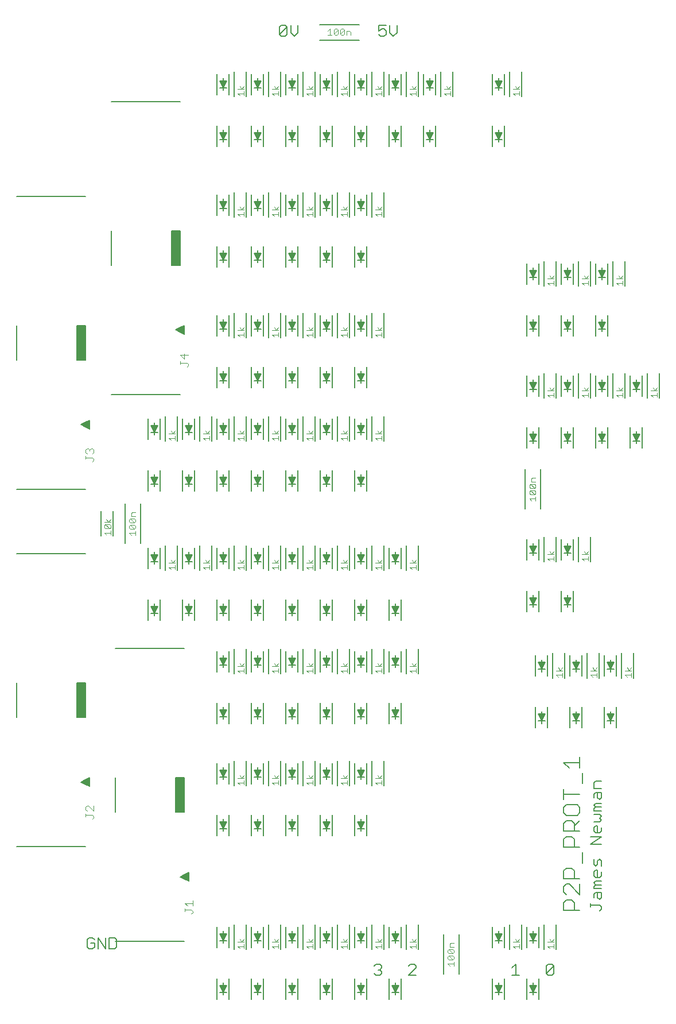
<source format=gto>
G75*
G70*
%OFA0B0*%
%FSLAX24Y24*%
%IPPOS*%
%LPD*%
%AMOC8*
5,1,8,0,0,1.08239X$1,22.5*
%
%ADD10C,0.0060*%
%ADD11C,0.0080*%
%ADD12C,0.0050*%
%ADD13C,0.0040*%
%ADD14C,0.0030*%
D10*
X004696Y005037D02*
X004803Y004930D01*
X005017Y004930D01*
X005123Y005037D01*
X005123Y005250D01*
X004910Y005250D01*
X004696Y005037D02*
X004696Y005464D01*
X004803Y005571D01*
X005017Y005571D01*
X005123Y005464D01*
X005341Y005571D02*
X005341Y004930D01*
X005768Y004930D02*
X005341Y005571D01*
X005768Y005571D02*
X005768Y004930D01*
X005985Y004930D02*
X005985Y005571D01*
X006306Y005571D01*
X006412Y005464D01*
X006412Y005037D01*
X006306Y004930D01*
X005985Y004930D01*
X012250Y005000D02*
X012250Y006200D01*
X012400Y005800D02*
X012600Y005400D01*
X012800Y005400D01*
X012600Y005400D02*
X012800Y005800D01*
X012450Y005800D01*
X012400Y005800D01*
X012600Y005950D02*
X012600Y005600D01*
X012600Y005500D01*
X012600Y005400D01*
X012400Y005400D01*
X012600Y005400D02*
X012600Y005250D01*
X012950Y005000D02*
X012950Y006200D01*
X013250Y006325D02*
X013250Y004875D01*
X013950Y004875D02*
X013950Y006325D01*
X014250Y006200D02*
X014250Y005000D01*
X014400Y005400D02*
X014600Y005400D01*
X014800Y005400D01*
X014600Y005400D02*
X014800Y005800D01*
X014450Y005800D01*
X014400Y005800D01*
X014600Y005400D01*
X014600Y005500D01*
X014600Y005600D01*
X014600Y005950D01*
X014950Y006200D02*
X014950Y005000D01*
X015250Y004875D02*
X015250Y006325D01*
X015950Y006325D02*
X015950Y004875D01*
X016250Y005000D02*
X016250Y006200D01*
X016400Y005800D02*
X016600Y005400D01*
X016800Y005400D01*
X016600Y005400D02*
X016800Y005800D01*
X016450Y005800D01*
X016400Y005800D01*
X016600Y005950D02*
X016600Y005600D01*
X016600Y005500D01*
X016600Y005400D01*
X016400Y005400D01*
X016600Y005400D02*
X016600Y005250D01*
X016950Y005000D02*
X016950Y006200D01*
X017250Y006325D02*
X017250Y004875D01*
X017950Y004875D02*
X017950Y006325D01*
X018250Y006200D02*
X018250Y005000D01*
X018400Y005400D02*
X018600Y005400D01*
X018800Y005400D01*
X018600Y005400D02*
X018800Y005800D01*
X018450Y005800D01*
X018400Y005800D01*
X018600Y005400D01*
X018600Y005500D01*
X018600Y005600D01*
X018600Y005950D01*
X018950Y006200D02*
X018950Y005000D01*
X019250Y004875D02*
X019250Y006325D01*
X019950Y006325D02*
X019950Y004875D01*
X020250Y005000D02*
X020250Y006200D01*
X020400Y005800D02*
X020600Y005400D01*
X020800Y005400D01*
X020600Y005400D02*
X020800Y005800D01*
X020450Y005800D01*
X020400Y005800D01*
X020600Y005950D02*
X020600Y005600D01*
X020600Y005500D01*
X020600Y005400D01*
X020400Y005400D01*
X020600Y005400D02*
X020600Y005250D01*
X020950Y005000D02*
X020950Y006200D01*
X021250Y006325D02*
X021250Y004875D01*
X021950Y004875D02*
X021950Y006325D01*
X022250Y006200D02*
X022250Y005000D01*
X022400Y005400D02*
X022600Y005400D01*
X022800Y005400D01*
X022600Y005400D02*
X022800Y005800D01*
X022450Y005800D01*
X022400Y005800D01*
X022600Y005400D01*
X022600Y005500D01*
X022600Y005600D01*
X022600Y005950D01*
X022950Y006200D02*
X022950Y005000D01*
X023250Y004875D02*
X023250Y006325D01*
X023950Y006325D02*
X023950Y004875D01*
X023700Y004021D02*
X023487Y004021D01*
X023380Y003914D01*
X023700Y004021D02*
X023807Y003914D01*
X023807Y003807D01*
X023380Y003380D01*
X023807Y003380D01*
X022950Y003200D02*
X022950Y002000D01*
X022800Y002400D02*
X022600Y002400D01*
X022400Y002400D01*
X022600Y002400D02*
X022400Y002800D01*
X022450Y002800D01*
X022800Y002800D01*
X022600Y002400D01*
X022600Y002500D01*
X022600Y002600D01*
X022600Y002950D01*
X022250Y003200D02*
X022250Y002000D01*
X022600Y002250D02*
X022600Y002400D01*
X021700Y003380D02*
X021487Y003380D01*
X021380Y003487D01*
X021594Y003700D02*
X021700Y003700D01*
X021807Y003594D01*
X021807Y003487D01*
X021700Y003380D01*
X021700Y003700D02*
X021807Y003807D01*
X021807Y003914D01*
X021700Y004021D01*
X021487Y004021D01*
X021380Y003914D01*
X020950Y003200D02*
X020950Y002000D01*
X020800Y002400D02*
X020600Y002400D01*
X020400Y002400D01*
X020600Y002400D02*
X020400Y002800D01*
X020450Y002800D01*
X020800Y002800D01*
X020600Y002400D01*
X020600Y002500D01*
X020600Y002600D01*
X020600Y002950D01*
X020250Y003200D02*
X020250Y002000D01*
X020600Y002250D02*
X020600Y002400D01*
X018950Y002000D02*
X018950Y003200D01*
X018800Y002800D02*
X018600Y002400D01*
X018800Y002400D01*
X018600Y002400D02*
X018600Y002250D01*
X018600Y002400D02*
X018400Y002400D01*
X018600Y002400D02*
X018400Y002800D01*
X018450Y002800D01*
X018800Y002800D01*
X018600Y002950D02*
X018600Y002600D01*
X018600Y002500D01*
X018600Y002400D01*
X018250Y002000D02*
X018250Y003200D01*
X016950Y003200D02*
X016950Y002000D01*
X016800Y002400D02*
X016600Y002400D01*
X016400Y002400D01*
X016600Y002400D02*
X016400Y002800D01*
X016450Y002800D01*
X016800Y002800D01*
X016600Y002400D01*
X016600Y002500D01*
X016600Y002600D01*
X016600Y002950D01*
X016250Y003200D02*
X016250Y002000D01*
X016600Y002250D02*
X016600Y002400D01*
X014950Y002000D02*
X014950Y003200D01*
X014800Y002800D02*
X014600Y002400D01*
X014800Y002400D01*
X014600Y002400D02*
X014600Y002250D01*
X014600Y002400D02*
X014400Y002400D01*
X014600Y002400D02*
X014400Y002800D01*
X014450Y002800D01*
X014800Y002800D01*
X014600Y002950D02*
X014600Y002600D01*
X014600Y002500D01*
X014600Y002400D01*
X014250Y002000D02*
X014250Y003200D01*
X012950Y003200D02*
X012950Y002000D01*
X012800Y002400D02*
X012600Y002400D01*
X012400Y002400D01*
X012600Y002400D02*
X012400Y002800D01*
X012450Y002800D01*
X012800Y002800D01*
X012600Y002400D01*
X012600Y002500D01*
X012600Y002600D01*
X012600Y002950D01*
X012250Y003200D02*
X012250Y002000D01*
X012600Y002250D02*
X012600Y002400D01*
X014600Y005250D02*
X014600Y005400D01*
X018600Y005400D02*
X018600Y005250D01*
X022600Y005250D02*
X022600Y005400D01*
X025400Y005750D02*
X025400Y003450D01*
X026300Y003450D02*
X026300Y005750D01*
X028250Y006200D02*
X028250Y005000D01*
X028400Y005400D02*
X028600Y005400D01*
X028800Y005400D01*
X028600Y005400D02*
X028400Y005800D01*
X028450Y005800D01*
X028800Y005800D01*
X028600Y005400D01*
X028600Y005500D01*
X028600Y005600D01*
X028600Y005950D01*
X028950Y006200D02*
X028950Y005000D01*
X029250Y004875D02*
X029250Y006325D01*
X028600Y005400D02*
X028600Y005250D01*
X029594Y004021D02*
X029594Y003380D01*
X029807Y003380D02*
X029380Y003380D01*
X029380Y003807D02*
X029594Y004021D01*
X029950Y004875D02*
X029950Y006325D01*
X030250Y006200D02*
X030250Y005000D01*
X030400Y005400D02*
X030600Y005400D01*
X030800Y005400D01*
X030600Y005400D02*
X030400Y005800D01*
X030450Y005800D01*
X030800Y005800D01*
X030600Y005400D01*
X030600Y005500D01*
X030600Y005600D01*
X030600Y005950D01*
X030950Y006200D02*
X030950Y005000D01*
X031250Y004875D02*
X031250Y006325D01*
X030600Y005400D02*
X030600Y005250D01*
X031487Y004021D02*
X031700Y004021D01*
X031807Y003914D01*
X031380Y003487D01*
X031487Y003380D01*
X031700Y003380D01*
X031807Y003487D01*
X031807Y003914D01*
X031487Y004021D02*
X031380Y003914D01*
X031380Y003487D01*
X030950Y003200D02*
X030950Y002000D01*
X030800Y002400D02*
X030600Y002400D01*
X030400Y002400D01*
X030600Y002400D02*
X030400Y002800D01*
X030450Y002800D01*
X030800Y002800D01*
X030600Y002400D01*
X030600Y002500D01*
X030600Y002600D01*
X030600Y002950D01*
X030250Y003200D02*
X030250Y002000D01*
X030600Y002250D02*
X030600Y002400D01*
X031950Y004875D02*
X031950Y006325D01*
X033929Y007344D02*
X033929Y007557D01*
X033929Y007450D02*
X034463Y007450D01*
X034570Y007344D01*
X034570Y007237D01*
X034463Y007130D01*
X034463Y007775D02*
X034356Y007881D01*
X034356Y008202D01*
X034250Y008202D02*
X034570Y008202D01*
X034570Y007881D01*
X034463Y007775D01*
X034143Y007881D02*
X034143Y008095D01*
X034250Y008202D01*
X034143Y008419D02*
X034143Y008526D01*
X034250Y008633D01*
X034143Y008739D01*
X034250Y008846D01*
X034570Y008846D01*
X034570Y008633D02*
X034250Y008633D01*
X034143Y008419D02*
X034570Y008419D01*
X034463Y009064D02*
X034250Y009064D01*
X034143Y009170D01*
X034143Y009384D01*
X034250Y009491D01*
X034356Y009491D01*
X034356Y009064D01*
X034463Y009064D02*
X034570Y009170D01*
X034570Y009384D01*
X034570Y009708D02*
X034570Y010028D01*
X034463Y010135D01*
X034356Y010028D01*
X034356Y009815D01*
X034250Y009708D01*
X034143Y009815D01*
X034143Y010135D01*
X033929Y010997D02*
X034570Y011424D01*
X033929Y011424D01*
X034250Y011642D02*
X034143Y011749D01*
X034143Y011962D01*
X034250Y012069D01*
X034356Y012069D01*
X034356Y011642D01*
X034250Y011642D02*
X034463Y011642D01*
X034570Y011749D01*
X034570Y011962D01*
X034463Y012286D02*
X034570Y012393D01*
X034463Y012500D01*
X034570Y012607D01*
X034463Y012713D01*
X034143Y012713D01*
X034143Y012931D02*
X034143Y013038D01*
X034250Y013144D01*
X034143Y013251D01*
X034250Y013358D01*
X034570Y013358D01*
X034570Y013144D02*
X034250Y013144D01*
X034143Y012931D02*
X034570Y012931D01*
X034463Y013575D02*
X034356Y013682D01*
X034356Y014003D01*
X034250Y014003D02*
X034570Y014003D01*
X034570Y013682D01*
X034463Y013575D01*
X034143Y013682D02*
X034143Y013896D01*
X034250Y014003D01*
X034143Y014220D02*
X034143Y014540D01*
X034250Y014647D01*
X034570Y014647D01*
X034570Y014220D02*
X034143Y014220D01*
X034143Y012286D02*
X034463Y012286D01*
X034570Y010997D02*
X033929Y010997D01*
X033450Y017750D02*
X033450Y018950D01*
X033300Y018550D02*
X033100Y018150D01*
X033300Y018150D01*
X033100Y018150D02*
X032900Y018150D01*
X033100Y018150D02*
X032900Y018550D01*
X032950Y018550D01*
X033300Y018550D01*
X033100Y018700D02*
X033100Y018350D01*
X033100Y018250D01*
X033100Y018150D01*
X033100Y018000D01*
X032750Y017750D02*
X032750Y018950D01*
X031450Y018950D02*
X031450Y017750D01*
X031300Y018150D02*
X031100Y018150D01*
X030900Y018150D01*
X031100Y018150D02*
X030900Y018550D01*
X030950Y018550D01*
X031300Y018550D01*
X031100Y018150D01*
X031100Y018250D01*
X031100Y018350D01*
X031100Y018700D01*
X030750Y018950D02*
X030750Y017750D01*
X031100Y018000D02*
X031100Y018150D01*
X031750Y020625D02*
X031750Y022075D01*
X031450Y021950D02*
X031450Y020750D01*
X031300Y021150D02*
X031100Y021150D01*
X030900Y021150D01*
X031100Y021150D02*
X030900Y021550D01*
X030950Y021550D01*
X031300Y021550D01*
X031100Y021150D01*
X031100Y021250D01*
X031100Y021350D01*
X031100Y021700D01*
X030750Y021950D02*
X030750Y020750D01*
X031100Y021000D02*
X031100Y021150D01*
X032450Y020625D02*
X032450Y022075D01*
X032750Y021950D02*
X032750Y020750D01*
X032900Y021150D02*
X033100Y021150D01*
X033300Y021150D01*
X033100Y021150D02*
X032900Y021550D01*
X032950Y021550D01*
X033300Y021550D01*
X033100Y021150D01*
X033100Y021250D01*
X033100Y021350D01*
X033100Y021700D01*
X033450Y021950D02*
X033450Y020750D01*
X033750Y020625D02*
X033750Y022075D01*
X034450Y022075D02*
X034450Y020625D01*
X034750Y020750D02*
X034750Y021950D01*
X034900Y021550D02*
X035100Y021150D01*
X035300Y021150D01*
X035100Y021150D02*
X034900Y021150D01*
X035100Y021150D02*
X035300Y021550D01*
X034950Y021550D01*
X034900Y021550D01*
X035100Y021700D02*
X035100Y021350D01*
X035100Y021250D01*
X035100Y021150D01*
X035100Y021000D01*
X035450Y020750D02*
X035450Y021950D01*
X035750Y022075D02*
X035750Y020625D01*
X036450Y020625D02*
X036450Y022075D01*
X035450Y018950D02*
X035450Y017750D01*
X035300Y018150D02*
X035100Y018150D01*
X034900Y018150D01*
X035100Y018150D02*
X034900Y018550D01*
X034950Y018550D01*
X035300Y018550D01*
X035100Y018150D01*
X035100Y018250D01*
X035100Y018350D01*
X035100Y018700D01*
X034750Y018950D02*
X034750Y017750D01*
X035100Y018000D02*
X035100Y018150D01*
X033100Y021000D02*
X033100Y021150D01*
X032950Y024500D02*
X032950Y025700D01*
X032800Y025300D02*
X032450Y025300D01*
X032400Y025300D01*
X032600Y024900D01*
X032800Y024900D01*
X032600Y024900D02*
X032400Y024900D01*
X032600Y024900D02*
X032800Y025300D01*
X032600Y025450D02*
X032600Y025100D01*
X032600Y025000D01*
X032600Y024900D01*
X032600Y024750D01*
X032250Y024500D02*
X032250Y025700D01*
X031950Y027375D02*
X031950Y028825D01*
X032250Y028700D02*
X032250Y027500D01*
X032400Y027900D02*
X032600Y027900D01*
X032800Y027900D01*
X032600Y027900D02*
X032400Y028300D01*
X032450Y028300D01*
X032800Y028300D01*
X032600Y027900D01*
X032600Y028000D01*
X032600Y028100D01*
X032600Y028450D01*
X032950Y028700D02*
X032950Y027500D01*
X033250Y027375D02*
X033250Y028825D01*
X033950Y028825D02*
X033950Y027375D01*
X032600Y027750D02*
X032600Y027900D01*
X031250Y027375D02*
X031250Y028825D01*
X030950Y028700D02*
X030950Y027500D01*
X030800Y027900D02*
X030600Y027900D01*
X030400Y027900D01*
X030600Y027900D02*
X030400Y028300D01*
X030450Y028300D01*
X030800Y028300D01*
X030600Y027900D01*
X030600Y028000D01*
X030600Y028100D01*
X030600Y028450D01*
X030250Y028700D02*
X030250Y027500D01*
X030600Y027750D02*
X030600Y027900D01*
X030250Y025700D02*
X030250Y024500D01*
X030400Y024900D02*
X030600Y024900D01*
X030800Y024900D01*
X030600Y024900D02*
X030400Y025300D01*
X030450Y025300D01*
X030800Y025300D01*
X030600Y024900D01*
X030600Y025000D01*
X030600Y025100D01*
X030600Y025450D01*
X030950Y025700D02*
X030950Y024500D01*
X030600Y024750D02*
X030600Y024900D01*
X030150Y030450D02*
X030150Y032750D01*
X030250Y034000D02*
X030250Y035200D01*
X030400Y034800D02*
X030600Y034400D01*
X030800Y034400D01*
X030600Y034400D02*
X030400Y034400D01*
X030600Y034400D02*
X030800Y034800D01*
X030450Y034800D01*
X030400Y034800D01*
X030600Y034950D02*
X030600Y034600D01*
X030600Y034500D01*
X030600Y034400D01*
X030600Y034250D01*
X030950Y034000D02*
X030950Y035200D01*
X031250Y036875D02*
X031250Y038325D01*
X030950Y038200D02*
X030950Y037000D01*
X030800Y037400D02*
X030600Y037400D01*
X030400Y037400D01*
X030600Y037400D02*
X030400Y037800D01*
X030450Y037800D01*
X030800Y037800D01*
X030600Y037400D01*
X030600Y037500D01*
X030600Y037600D01*
X030600Y037950D01*
X030250Y038200D02*
X030250Y037000D01*
X030600Y037250D02*
X030600Y037400D01*
X031950Y036875D02*
X031950Y038325D01*
X032250Y038200D02*
X032250Y037000D01*
X032400Y037400D02*
X032600Y037400D01*
X032800Y037400D01*
X032600Y037400D02*
X032400Y037800D01*
X032450Y037800D01*
X032800Y037800D01*
X032600Y037400D01*
X032600Y037500D01*
X032600Y037600D01*
X032600Y037950D01*
X032950Y038200D02*
X032950Y037000D01*
X033250Y036875D02*
X033250Y038325D01*
X033950Y038325D02*
X033950Y036875D01*
X034250Y037000D02*
X034250Y038200D01*
X034400Y037800D02*
X034600Y037400D01*
X034800Y037400D01*
X034600Y037400D02*
X034400Y037400D01*
X034600Y037400D02*
X034800Y037800D01*
X034450Y037800D01*
X034400Y037800D01*
X034600Y037950D02*
X034600Y037600D01*
X034600Y037500D01*
X034600Y037400D01*
X034600Y037250D01*
X034950Y037000D02*
X034950Y038200D01*
X035250Y038325D02*
X035250Y036875D01*
X035950Y036875D02*
X035950Y038325D01*
X036250Y038200D02*
X036250Y037000D01*
X036400Y037400D02*
X036600Y037400D01*
X036800Y037400D01*
X036600Y037400D02*
X036400Y037800D01*
X036450Y037800D01*
X036800Y037800D01*
X036600Y037400D01*
X036600Y037500D01*
X036600Y037600D01*
X036600Y037950D01*
X036950Y038200D02*
X036950Y037000D01*
X037250Y036875D02*
X037250Y038325D01*
X037950Y038325D02*
X037950Y036875D01*
X036600Y037250D02*
X036600Y037400D01*
X036250Y035200D02*
X036250Y034000D01*
X036400Y034400D02*
X036600Y034400D01*
X036800Y034400D01*
X036600Y034400D02*
X036400Y034800D01*
X036450Y034800D01*
X036800Y034800D01*
X036600Y034400D01*
X036600Y034500D01*
X036600Y034600D01*
X036600Y034950D01*
X036950Y035200D02*
X036950Y034000D01*
X036600Y034250D02*
X036600Y034400D01*
X034950Y034000D02*
X034950Y035200D01*
X034800Y034800D02*
X034600Y034400D01*
X034800Y034400D01*
X034600Y034400D02*
X034400Y034400D01*
X034600Y034400D02*
X034400Y034800D01*
X034450Y034800D01*
X034800Y034800D01*
X034600Y034950D02*
X034600Y034600D01*
X034600Y034500D01*
X034600Y034400D01*
X034600Y034250D01*
X034250Y034000D02*
X034250Y035200D01*
X032950Y035200D02*
X032950Y034000D01*
X032800Y034400D02*
X032600Y034400D01*
X032400Y034400D01*
X032600Y034400D02*
X032400Y034800D01*
X032450Y034800D01*
X032800Y034800D01*
X032600Y034400D01*
X032600Y034500D01*
X032600Y034600D01*
X032600Y034950D01*
X032250Y035200D02*
X032250Y034000D01*
X032600Y034250D02*
X032600Y034400D01*
X031050Y032750D02*
X031050Y030450D01*
X032600Y037250D02*
X032600Y037400D01*
X032250Y040500D02*
X032250Y041700D01*
X032400Y041300D02*
X032600Y040900D01*
X032800Y040900D01*
X032600Y040900D02*
X032400Y040900D01*
X032600Y040900D02*
X032800Y041300D01*
X032450Y041300D01*
X032400Y041300D01*
X032600Y041450D02*
X032600Y041100D01*
X032600Y041000D01*
X032600Y040900D01*
X032600Y040750D01*
X032950Y040500D02*
X032950Y041700D01*
X033250Y043375D02*
X033250Y044825D01*
X032950Y044700D02*
X032950Y043500D01*
X032800Y043900D02*
X032600Y043900D01*
X032400Y043900D01*
X032600Y043900D02*
X032400Y044300D01*
X032450Y044300D01*
X032800Y044300D01*
X032600Y043900D01*
X032600Y044000D01*
X032600Y044100D01*
X032600Y044450D01*
X032250Y044700D02*
X032250Y043500D01*
X031950Y043375D02*
X031950Y044825D01*
X031250Y044825D02*
X031250Y043375D01*
X030950Y043500D02*
X030950Y044700D01*
X030800Y044300D02*
X030600Y043900D01*
X030800Y043900D01*
X030600Y043900D02*
X030400Y043900D01*
X030600Y043900D02*
X030400Y044300D01*
X030450Y044300D01*
X030800Y044300D01*
X030600Y044450D02*
X030600Y044100D01*
X030600Y044000D01*
X030600Y043900D01*
X030600Y043750D01*
X030250Y043500D02*
X030250Y044700D01*
X030250Y041700D02*
X030250Y040500D01*
X030400Y040900D02*
X030600Y040900D01*
X030800Y040900D01*
X030600Y040900D02*
X030400Y041300D01*
X030450Y041300D01*
X030800Y041300D01*
X030600Y040900D01*
X030600Y041000D01*
X030600Y041100D01*
X030600Y041450D01*
X030950Y041700D02*
X030950Y040500D01*
X030600Y040750D02*
X030600Y040900D01*
X032600Y043750D02*
X032600Y043900D01*
X033950Y043375D02*
X033950Y044825D01*
X034250Y044700D02*
X034250Y043500D01*
X034400Y043900D02*
X034600Y043900D01*
X034800Y043900D01*
X034600Y043900D02*
X034400Y044300D01*
X034450Y044300D01*
X034800Y044300D01*
X034600Y043900D01*
X034600Y044000D01*
X034600Y044100D01*
X034600Y044450D01*
X034950Y044700D02*
X034950Y043500D01*
X035250Y043375D02*
X035250Y044825D01*
X035950Y044825D02*
X035950Y043375D01*
X034600Y043750D02*
X034600Y043900D01*
X034250Y041700D02*
X034250Y040500D01*
X034400Y040900D02*
X034600Y040900D01*
X034800Y040900D01*
X034600Y040900D02*
X034400Y041300D01*
X034450Y041300D01*
X034800Y041300D01*
X034600Y040900D01*
X034600Y041000D01*
X034600Y041100D01*
X034600Y041450D01*
X034950Y041700D02*
X034950Y040500D01*
X034600Y040750D02*
X034600Y040900D01*
X028950Y051500D02*
X028950Y052700D01*
X028800Y052300D02*
X028450Y052300D01*
X028400Y052300D01*
X028600Y051900D01*
X028800Y051900D01*
X028600Y051900D02*
X028400Y051900D01*
X028600Y051900D02*
X028600Y052000D01*
X028600Y052100D01*
X028600Y052450D01*
X028800Y052300D02*
X028600Y051900D01*
X028600Y051750D01*
X028250Y051500D02*
X028250Y052700D01*
X028250Y054500D02*
X028250Y055700D01*
X028400Y055300D02*
X028600Y054900D01*
X028800Y054900D01*
X028600Y054900D02*
X028400Y054900D01*
X028600Y054900D02*
X028600Y055000D01*
X028600Y055100D01*
X028600Y055450D01*
X028450Y055300D02*
X028800Y055300D01*
X028600Y054900D01*
X028600Y054750D01*
X028950Y054500D02*
X028950Y055700D01*
X029250Y055825D02*
X029250Y054375D01*
X029950Y054375D02*
X029950Y055825D01*
X028450Y055300D02*
X028400Y055300D01*
X025950Y055825D02*
X025950Y054375D01*
X025250Y054375D02*
X025250Y055825D01*
X024950Y055700D02*
X024950Y054500D01*
X024800Y054900D02*
X024600Y054900D01*
X024400Y054900D01*
X024600Y054900D02*
X024400Y055300D01*
X024450Y055300D01*
X024800Y055300D01*
X024600Y054900D01*
X024600Y055000D01*
X024600Y055100D01*
X024600Y055450D01*
X024250Y055700D02*
X024250Y054500D01*
X023950Y054375D02*
X023950Y055825D01*
X023250Y055825D02*
X023250Y054375D01*
X022950Y054500D02*
X022950Y055700D01*
X022800Y055300D02*
X022450Y055300D01*
X022400Y055300D01*
X022600Y054900D01*
X022800Y054900D01*
X022600Y054900D02*
X022600Y055000D01*
X022600Y055100D01*
X022600Y055450D01*
X022800Y055300D02*
X022600Y054900D01*
X022400Y054900D01*
X022600Y054900D02*
X022600Y054750D01*
X022250Y054500D02*
X022250Y055700D01*
X021950Y055825D02*
X021950Y054375D01*
X021250Y054375D02*
X021250Y055825D01*
X020950Y055700D02*
X020950Y054500D01*
X020800Y054900D02*
X020600Y054900D01*
X020400Y054900D01*
X020600Y054900D02*
X020400Y055300D01*
X020450Y055300D01*
X020800Y055300D01*
X020600Y054900D01*
X020600Y055000D01*
X020600Y055100D01*
X020600Y055450D01*
X020250Y055700D02*
X020250Y054500D01*
X019950Y054375D02*
X019950Y055825D01*
X019250Y055825D02*
X019250Y054375D01*
X018950Y054500D02*
X018950Y055700D01*
X018800Y055300D02*
X018450Y055300D01*
X018400Y055300D01*
X018600Y054900D01*
X018800Y054900D01*
X018600Y054900D02*
X018600Y055000D01*
X018600Y055100D01*
X018600Y055450D01*
X018800Y055300D02*
X018600Y054900D01*
X018400Y054900D01*
X018600Y054900D02*
X018600Y054750D01*
X018250Y054500D02*
X018250Y055700D01*
X017950Y055825D02*
X017950Y054375D01*
X017250Y054375D02*
X017250Y055825D01*
X016950Y055700D02*
X016950Y054500D01*
X016800Y054900D02*
X016600Y054900D01*
X016400Y054900D01*
X016600Y054900D02*
X016400Y055300D01*
X016450Y055300D01*
X016800Y055300D01*
X016600Y054900D01*
X016600Y055000D01*
X016600Y055100D01*
X016600Y055450D01*
X016250Y055700D02*
X016250Y054500D01*
X015950Y054375D02*
X015950Y055825D01*
X015250Y055825D02*
X015250Y054375D01*
X014950Y054500D02*
X014950Y055700D01*
X014800Y055300D02*
X014450Y055300D01*
X014400Y055300D01*
X014600Y054900D01*
X014800Y054900D01*
X014600Y054900D02*
X014600Y055000D01*
X014600Y055100D01*
X014600Y055450D01*
X014800Y055300D02*
X014600Y054900D01*
X014400Y054900D01*
X014600Y054900D02*
X014600Y054750D01*
X014250Y054500D02*
X014250Y055700D01*
X013950Y055825D02*
X013950Y054375D01*
X013250Y054375D02*
X013250Y055825D01*
X012950Y055700D02*
X012950Y054500D01*
X012800Y054900D02*
X012600Y054900D01*
X012400Y054900D01*
X012600Y054900D02*
X012400Y055300D01*
X012450Y055300D01*
X012800Y055300D01*
X012600Y054900D01*
X012600Y055000D01*
X012600Y055100D01*
X012600Y055450D01*
X012250Y055700D02*
X012250Y054500D01*
X012600Y054750D02*
X012600Y054900D01*
X012250Y052700D02*
X012250Y051500D01*
X012400Y051900D02*
X012600Y051900D01*
X012800Y051900D01*
X012600Y051900D02*
X012400Y052300D01*
X012450Y052300D01*
X012800Y052300D01*
X012600Y051900D01*
X012600Y052000D01*
X012600Y052100D01*
X012600Y052450D01*
X012950Y052700D02*
X012950Y051500D01*
X012600Y051750D02*
X012600Y051900D01*
X014250Y051500D02*
X014250Y052700D01*
X014400Y052300D02*
X014600Y051900D01*
X014800Y051900D01*
X014600Y051900D02*
X014600Y052000D01*
X014600Y052100D01*
X014600Y052450D01*
X014450Y052300D02*
X014800Y052300D01*
X014600Y051900D01*
X014400Y051900D01*
X014600Y051900D02*
X014600Y051750D01*
X014950Y051500D02*
X014950Y052700D01*
X014450Y052300D02*
X014400Y052300D01*
X016250Y052700D02*
X016250Y051500D01*
X016400Y051900D02*
X016600Y051900D01*
X016800Y051900D01*
X016600Y051900D02*
X016400Y052300D01*
X016450Y052300D01*
X016800Y052300D01*
X016600Y051900D01*
X016600Y052000D01*
X016600Y052100D01*
X016600Y052450D01*
X016950Y052700D02*
X016950Y051500D01*
X016600Y051750D02*
X016600Y051900D01*
X018250Y051500D02*
X018250Y052700D01*
X018400Y052300D02*
X018600Y051900D01*
X018800Y051900D01*
X018600Y051900D02*
X018600Y052000D01*
X018600Y052100D01*
X018600Y052450D01*
X018450Y052300D02*
X018800Y052300D01*
X018600Y051900D01*
X018400Y051900D01*
X018600Y051900D02*
X018600Y051750D01*
X018950Y051500D02*
X018950Y052700D01*
X018450Y052300D02*
X018400Y052300D01*
X020250Y052700D02*
X020250Y051500D01*
X020400Y051900D02*
X020600Y051900D01*
X020800Y051900D01*
X020600Y051900D02*
X020400Y052300D01*
X020450Y052300D01*
X020800Y052300D01*
X020600Y051900D01*
X020600Y052000D01*
X020600Y052100D01*
X020600Y052450D01*
X020950Y052700D02*
X020950Y051500D01*
X020600Y051750D02*
X020600Y051900D01*
X022250Y051500D02*
X022250Y052700D01*
X022400Y052300D02*
X022600Y051900D01*
X022800Y051900D01*
X022600Y051900D02*
X022600Y052000D01*
X022600Y052100D01*
X022600Y052450D01*
X022450Y052300D02*
X022800Y052300D01*
X022600Y051900D01*
X022400Y051900D01*
X022600Y051900D02*
X022600Y051750D01*
X022950Y051500D02*
X022950Y052700D01*
X022450Y052300D02*
X022400Y052300D01*
X024250Y052700D02*
X024250Y051500D01*
X024400Y051900D02*
X024600Y051900D01*
X024800Y051900D01*
X024600Y051900D02*
X024400Y052300D01*
X024450Y052300D01*
X024800Y052300D01*
X024600Y051900D01*
X024600Y052000D01*
X024600Y052100D01*
X024600Y052450D01*
X024950Y052700D02*
X024950Y051500D01*
X024600Y051750D02*
X024600Y051900D01*
X024600Y054750D02*
X024600Y054900D01*
X022488Y057880D02*
X022702Y058094D01*
X022702Y058521D01*
X022275Y058521D02*
X022275Y058094D01*
X022488Y057880D01*
X022057Y057987D02*
X021950Y057880D01*
X021737Y057880D01*
X021630Y057987D01*
X021630Y058200D02*
X021844Y058307D01*
X021950Y058307D01*
X022057Y058200D01*
X022057Y057987D01*
X021630Y058200D02*
X021630Y058521D01*
X022057Y058521D01*
X020500Y058550D02*
X018200Y058550D01*
X018200Y057650D02*
X020500Y057650D01*
X020600Y054900D02*
X020600Y054750D01*
X016952Y058094D02*
X016738Y057880D01*
X016525Y058094D01*
X016525Y058521D01*
X016307Y058414D02*
X015880Y057987D01*
X015987Y057880D01*
X016200Y057880D01*
X016307Y057987D01*
X016307Y058414D01*
X016200Y058521D01*
X015987Y058521D01*
X015880Y058414D01*
X015880Y057987D01*
X016952Y058094D02*
X016952Y058521D01*
X016600Y054900D02*
X016600Y054750D01*
X015950Y048825D02*
X015950Y047375D01*
X016250Y047500D02*
X016250Y048700D01*
X016400Y048300D02*
X016600Y047900D01*
X016800Y047900D01*
X016600Y047900D02*
X016800Y048300D01*
X016450Y048300D01*
X016400Y048300D01*
X016600Y048450D02*
X016600Y048100D01*
X016600Y048000D01*
X016600Y047900D01*
X016400Y047900D01*
X016600Y047900D02*
X016600Y047750D01*
X016950Y047500D02*
X016950Y048700D01*
X017250Y048825D02*
X017250Y047375D01*
X017950Y047375D02*
X017950Y048825D01*
X018250Y048700D02*
X018250Y047500D01*
X018400Y047900D02*
X018600Y047900D01*
X018800Y047900D01*
X018600Y047900D02*
X018800Y048300D01*
X018450Y048300D01*
X018400Y048300D01*
X018600Y047900D01*
X018600Y048000D01*
X018600Y048100D01*
X018600Y048450D01*
X018950Y048700D02*
X018950Y047500D01*
X019250Y047375D02*
X019250Y048825D01*
X019950Y048825D02*
X019950Y047375D01*
X020250Y047500D02*
X020250Y048700D01*
X020400Y048300D02*
X020600Y047900D01*
X020800Y047900D01*
X020600Y047900D02*
X020800Y048300D01*
X020450Y048300D01*
X020400Y048300D01*
X020600Y048450D02*
X020600Y048100D01*
X020600Y048000D01*
X020600Y047900D01*
X020400Y047900D01*
X020600Y047900D02*
X020600Y047750D01*
X020950Y047500D02*
X020950Y048700D01*
X021250Y048825D02*
X021250Y047375D01*
X021950Y047375D02*
X021950Y048825D01*
X020950Y045700D02*
X020950Y044500D01*
X020800Y044900D02*
X020600Y044900D01*
X020400Y044900D01*
X020600Y044900D02*
X020400Y045300D01*
X020450Y045300D01*
X020800Y045300D01*
X020600Y044900D01*
X020600Y045000D01*
X020600Y045100D01*
X020600Y045450D01*
X020250Y045700D02*
X020250Y044500D01*
X020600Y044750D02*
X020600Y044900D01*
X018950Y044500D02*
X018950Y045700D01*
X018800Y045300D02*
X018600Y044900D01*
X018800Y044900D01*
X018600Y044900D02*
X018600Y044750D01*
X018600Y044900D02*
X018400Y044900D01*
X018600Y044900D02*
X018400Y045300D01*
X018450Y045300D01*
X018800Y045300D01*
X018600Y045450D02*
X018600Y045100D01*
X018600Y045000D01*
X018600Y044900D01*
X018250Y044500D02*
X018250Y045700D01*
X016950Y045700D02*
X016950Y044500D01*
X016800Y044900D02*
X016600Y044900D01*
X016400Y044900D01*
X016600Y044900D02*
X016400Y045300D01*
X016450Y045300D01*
X016800Y045300D01*
X016600Y044900D01*
X016600Y045000D01*
X016600Y045100D01*
X016600Y045450D01*
X016250Y045700D02*
X016250Y044500D01*
X016600Y044750D02*
X016600Y044900D01*
X014950Y044500D02*
X014950Y045700D01*
X014800Y045300D02*
X014600Y044900D01*
X014800Y044900D01*
X014600Y044900D02*
X014600Y044750D01*
X014600Y044900D02*
X014400Y044900D01*
X014600Y044900D02*
X014400Y045300D01*
X014450Y045300D01*
X014800Y045300D01*
X014600Y045450D02*
X014600Y045100D01*
X014600Y045000D01*
X014600Y044900D01*
X014250Y044500D02*
X014250Y045700D01*
X012950Y045700D02*
X012950Y044500D01*
X012800Y044900D02*
X012600Y044900D01*
X012400Y044900D01*
X012600Y044900D02*
X012400Y045300D01*
X012450Y045300D01*
X012800Y045300D01*
X012600Y044900D01*
X012600Y045000D01*
X012600Y045100D01*
X012600Y045450D01*
X012250Y045700D02*
X012250Y044500D01*
X012600Y044750D02*
X012600Y044900D01*
X013250Y047375D02*
X013250Y048825D01*
X012950Y048700D02*
X012950Y047500D01*
X012800Y047900D02*
X012600Y047900D01*
X012400Y047900D01*
X012600Y047900D02*
X012400Y048300D01*
X012450Y048300D01*
X012800Y048300D01*
X012600Y047900D01*
X012600Y048000D01*
X012600Y048100D01*
X012600Y048450D01*
X012250Y048700D02*
X012250Y047500D01*
X012600Y047750D02*
X012600Y047900D01*
X013950Y047375D02*
X013950Y048825D01*
X014250Y048700D02*
X014250Y047500D01*
X014400Y047900D02*
X014600Y047900D01*
X014800Y047900D01*
X014600Y047900D02*
X014800Y048300D01*
X014450Y048300D01*
X014400Y048300D01*
X014600Y047900D01*
X014600Y048000D01*
X014600Y048100D01*
X014600Y048450D01*
X014950Y048700D02*
X014950Y047500D01*
X015250Y047375D02*
X015250Y048825D01*
X014600Y047900D02*
X014600Y047750D01*
X013950Y041825D02*
X013950Y040375D01*
X014250Y040500D02*
X014250Y041700D01*
X014400Y041300D02*
X014600Y040900D01*
X014800Y040900D01*
X014600Y040900D02*
X014800Y041300D01*
X014450Y041300D01*
X014400Y041300D01*
X014600Y041450D02*
X014600Y041100D01*
X014600Y041000D01*
X014600Y040900D01*
X014400Y040900D01*
X014600Y040900D02*
X014600Y040750D01*
X014950Y040500D02*
X014950Y041700D01*
X015250Y041825D02*
X015250Y040375D01*
X015950Y040375D02*
X015950Y041825D01*
X016250Y041700D02*
X016250Y040500D01*
X016400Y040900D02*
X016600Y040900D01*
X016800Y040900D01*
X016600Y040900D02*
X016400Y041300D01*
X016450Y041300D01*
X016800Y041300D01*
X016600Y040900D01*
X016600Y041000D01*
X016600Y041100D01*
X016600Y041450D01*
X016950Y041700D02*
X016950Y040500D01*
X017250Y040375D02*
X017250Y041825D01*
X017950Y041825D02*
X017950Y040375D01*
X018250Y040500D02*
X018250Y041700D01*
X018400Y041300D02*
X018600Y040900D01*
X018800Y040900D01*
X018600Y040900D02*
X018800Y041300D01*
X018450Y041300D01*
X018400Y041300D01*
X018600Y041450D02*
X018600Y041100D01*
X018600Y041000D01*
X018600Y040900D01*
X018400Y040900D01*
X018600Y040900D02*
X018600Y040750D01*
X018950Y040500D02*
X018950Y041700D01*
X019250Y041825D02*
X019250Y040375D01*
X019950Y040375D02*
X019950Y041825D01*
X020250Y041700D02*
X020250Y040500D01*
X020400Y040900D02*
X020600Y040900D01*
X020800Y040900D01*
X020600Y040900D02*
X020400Y041300D01*
X020450Y041300D01*
X020800Y041300D01*
X020600Y040900D01*
X020600Y041000D01*
X020600Y041100D01*
X020600Y041450D01*
X020950Y041700D02*
X020950Y040500D01*
X021250Y040375D02*
X021250Y041825D01*
X021950Y041825D02*
X021950Y040375D01*
X020950Y038700D02*
X020950Y037500D01*
X020800Y037900D02*
X020600Y037900D01*
X020400Y037900D01*
X020600Y037900D02*
X020400Y038300D01*
X020450Y038300D01*
X020800Y038300D01*
X020600Y037900D01*
X020600Y038000D01*
X020600Y038100D01*
X020600Y038450D01*
X020250Y038700D02*
X020250Y037500D01*
X020600Y037750D02*
X020600Y037900D01*
X019950Y035825D02*
X019950Y034375D01*
X020250Y034500D02*
X020250Y035700D01*
X020400Y035300D02*
X020600Y034900D01*
X020800Y034900D01*
X020600Y034900D02*
X020800Y035300D01*
X020450Y035300D01*
X020400Y035300D01*
X020600Y035450D02*
X020600Y035100D01*
X020600Y035000D01*
X020600Y034900D01*
X020400Y034900D01*
X020600Y034900D02*
X020600Y034750D01*
X020950Y034500D02*
X020950Y035700D01*
X021250Y035825D02*
X021250Y034375D01*
X021950Y034375D02*
X021950Y035825D01*
X020950Y032700D02*
X020950Y031500D01*
X020800Y031900D02*
X020600Y031900D01*
X020400Y031900D01*
X020600Y031900D02*
X020400Y032300D01*
X020450Y032300D01*
X020800Y032300D01*
X020600Y031900D01*
X020600Y032000D01*
X020600Y032100D01*
X020600Y032450D01*
X020250Y032700D02*
X020250Y031500D01*
X020600Y031750D02*
X020600Y031900D01*
X018950Y031500D02*
X018950Y032700D01*
X018800Y032300D02*
X018600Y031900D01*
X018800Y031900D01*
X018600Y031900D02*
X018400Y032300D01*
X018450Y032300D01*
X018800Y032300D01*
X018600Y032450D02*
X018600Y032100D01*
X018600Y032000D01*
X018600Y031900D01*
X018400Y031900D01*
X018600Y031900D02*
X018600Y031750D01*
X018250Y031500D02*
X018250Y032700D01*
X016950Y032700D02*
X016950Y031500D01*
X016800Y031900D02*
X016600Y031900D01*
X016400Y031900D01*
X016600Y031900D02*
X016400Y032300D01*
X016450Y032300D01*
X016800Y032300D01*
X016600Y031900D01*
X016600Y032000D01*
X016600Y032100D01*
X016600Y032450D01*
X016250Y032700D02*
X016250Y031500D01*
X016600Y031750D02*
X016600Y031900D01*
X014950Y031500D02*
X014950Y032700D01*
X014800Y032300D02*
X014600Y031900D01*
X014800Y031900D01*
X014600Y031900D02*
X014400Y032300D01*
X014450Y032300D01*
X014800Y032300D01*
X014600Y032450D02*
X014600Y032100D01*
X014600Y032000D01*
X014600Y031900D01*
X014400Y031900D01*
X014600Y031900D02*
X014600Y031750D01*
X014250Y031500D02*
X014250Y032700D01*
X012950Y032700D02*
X012950Y031500D01*
X012800Y031900D02*
X012600Y031900D01*
X012400Y031900D01*
X012600Y031900D02*
X012400Y032300D01*
X012450Y032300D01*
X012800Y032300D01*
X012600Y031900D01*
X012600Y032000D01*
X012600Y032100D01*
X012600Y032450D01*
X012250Y032700D02*
X012250Y031500D01*
X012600Y031750D02*
X012600Y031900D01*
X010950Y031500D02*
X010950Y032700D01*
X010800Y032300D02*
X010600Y031900D01*
X010800Y031900D01*
X010600Y031900D02*
X010400Y032300D01*
X010450Y032300D01*
X010800Y032300D01*
X010600Y032450D02*
X010600Y032100D01*
X010600Y032000D01*
X010600Y031900D01*
X010400Y031900D01*
X010600Y031900D02*
X010600Y031750D01*
X010250Y031500D02*
X010250Y032700D01*
X008950Y032700D02*
X008950Y031500D01*
X008800Y031900D02*
X008600Y031900D01*
X008400Y031900D01*
X008600Y031900D02*
X008400Y032300D01*
X008450Y032300D01*
X008800Y032300D01*
X008600Y031900D01*
X008600Y032000D01*
X008600Y032100D01*
X008600Y032450D01*
X008250Y032700D02*
X008250Y031500D01*
X008600Y031750D02*
X008600Y031900D01*
X007800Y030750D02*
X007800Y028450D01*
X008250Y028200D02*
X008250Y027000D01*
X008400Y027400D02*
X008600Y027400D01*
X008800Y027400D01*
X008600Y027400D02*
X008400Y027800D01*
X008450Y027800D01*
X008800Y027800D01*
X008600Y027400D01*
X008600Y027500D01*
X008600Y027600D01*
X008600Y027950D01*
X008950Y028200D02*
X008950Y027000D01*
X009250Y026875D02*
X009250Y028325D01*
X009950Y028325D02*
X009950Y026875D01*
X010250Y027000D02*
X010250Y028200D01*
X010400Y027800D02*
X010600Y027400D01*
X010800Y027400D01*
X010600Y027400D02*
X010600Y027500D01*
X010600Y027600D01*
X010600Y027950D01*
X010450Y027800D02*
X010800Y027800D01*
X010600Y027400D01*
X010400Y027400D01*
X010600Y027400D02*
X010600Y027250D01*
X010950Y027000D02*
X010950Y028200D01*
X011250Y028325D02*
X011250Y026875D01*
X011950Y026875D02*
X011950Y028325D01*
X012250Y028200D02*
X012250Y027000D01*
X012400Y027400D02*
X012600Y027400D01*
X012800Y027400D01*
X012600Y027400D02*
X012400Y027800D01*
X012450Y027800D01*
X012800Y027800D01*
X012600Y027400D01*
X012600Y027500D01*
X012600Y027600D01*
X012600Y027950D01*
X012950Y028200D02*
X012950Y027000D01*
X013250Y026875D02*
X013250Y028325D01*
X013950Y028325D02*
X013950Y026875D01*
X014250Y027000D02*
X014250Y028200D01*
X014400Y027800D02*
X014600Y027400D01*
X014800Y027400D01*
X014600Y027400D02*
X014600Y027500D01*
X014600Y027600D01*
X014600Y027950D01*
X014450Y027800D02*
X014800Y027800D01*
X014600Y027400D01*
X014400Y027400D01*
X014600Y027400D02*
X014600Y027250D01*
X014950Y027000D02*
X014950Y028200D01*
X015250Y028325D02*
X015250Y026875D01*
X015950Y026875D02*
X015950Y028325D01*
X016250Y028200D02*
X016250Y027000D01*
X016400Y027400D02*
X016600Y027400D01*
X016800Y027400D01*
X016600Y027400D02*
X016400Y027800D01*
X016450Y027800D01*
X016800Y027800D01*
X016600Y027400D01*
X016600Y027500D01*
X016600Y027600D01*
X016600Y027950D01*
X016950Y028200D02*
X016950Y027000D01*
X017250Y026875D02*
X017250Y028325D01*
X017950Y028325D02*
X017950Y026875D01*
X018250Y027000D02*
X018250Y028200D01*
X018400Y027800D02*
X018600Y027400D01*
X018800Y027400D01*
X018600Y027400D02*
X018600Y027500D01*
X018600Y027600D01*
X018600Y027950D01*
X018450Y027800D02*
X018800Y027800D01*
X018600Y027400D01*
X018400Y027400D01*
X018600Y027400D02*
X018600Y027250D01*
X018950Y027000D02*
X018950Y028200D01*
X019250Y028325D02*
X019250Y026875D01*
X019950Y026875D02*
X019950Y028325D01*
X020250Y028200D02*
X020250Y027000D01*
X020400Y027400D02*
X020600Y027400D01*
X020800Y027400D01*
X020600Y027400D02*
X020400Y027800D01*
X020450Y027800D01*
X020800Y027800D01*
X020600Y027400D01*
X020600Y027500D01*
X020600Y027600D01*
X020600Y027950D01*
X020950Y028200D02*
X020950Y027000D01*
X021250Y026875D02*
X021250Y028325D01*
X021950Y028325D02*
X021950Y026875D01*
X022250Y027000D02*
X022250Y028200D01*
X022400Y027800D02*
X022600Y027400D01*
X022800Y027400D01*
X022600Y027400D02*
X022600Y027500D01*
X022600Y027600D01*
X022600Y027950D01*
X022450Y027800D02*
X022800Y027800D01*
X022600Y027400D01*
X022400Y027400D01*
X022600Y027400D02*
X022600Y027250D01*
X022950Y027000D02*
X022950Y028200D01*
X023250Y028325D02*
X023250Y026875D01*
X023950Y026875D02*
X023950Y028325D01*
X022450Y027800D02*
X022400Y027800D01*
X022250Y025200D02*
X022250Y024000D01*
X022400Y024400D02*
X022600Y024400D01*
X022800Y024400D01*
X022600Y024400D02*
X022400Y024800D01*
X022450Y024800D01*
X022800Y024800D01*
X022600Y024400D01*
X022600Y024500D01*
X022600Y024600D01*
X022600Y024950D01*
X022950Y025200D02*
X022950Y024000D01*
X022600Y024250D02*
X022600Y024400D01*
X021950Y022325D02*
X021950Y020875D01*
X022250Y021000D02*
X022250Y022200D01*
X022400Y021800D02*
X022600Y021400D01*
X022800Y021400D01*
X022600Y021400D02*
X022600Y021500D01*
X022600Y021600D01*
X022600Y021950D01*
X022450Y021800D02*
X022800Y021800D01*
X022600Y021400D01*
X022400Y021400D01*
X022600Y021400D02*
X022600Y021250D01*
X022950Y021000D02*
X022950Y022200D01*
X023250Y022325D02*
X023250Y020875D01*
X023950Y020875D02*
X023950Y022325D01*
X022450Y021800D02*
X022400Y021800D01*
X021250Y022325D02*
X021250Y020875D01*
X020950Y021000D02*
X020950Y022200D01*
X020800Y021800D02*
X020450Y021800D01*
X020400Y021800D01*
X020600Y021400D01*
X020800Y021400D01*
X020600Y021400D02*
X020600Y021500D01*
X020600Y021600D01*
X020600Y021950D01*
X020800Y021800D02*
X020600Y021400D01*
X020400Y021400D01*
X020600Y021400D02*
X020600Y021250D01*
X020250Y021000D02*
X020250Y022200D01*
X019950Y022325D02*
X019950Y020875D01*
X019250Y020875D02*
X019250Y022325D01*
X018950Y022200D02*
X018950Y021000D01*
X018800Y021400D02*
X018600Y021400D01*
X018400Y021400D01*
X018600Y021400D02*
X018400Y021800D01*
X018450Y021800D01*
X018800Y021800D01*
X018600Y021400D01*
X018600Y021500D01*
X018600Y021600D01*
X018600Y021950D01*
X018250Y022200D02*
X018250Y021000D01*
X017950Y020875D02*
X017950Y022325D01*
X017250Y022325D02*
X017250Y020875D01*
X016950Y021000D02*
X016950Y022200D01*
X016800Y021800D02*
X016450Y021800D01*
X016400Y021800D01*
X016600Y021400D01*
X016800Y021400D01*
X016600Y021400D02*
X016600Y021500D01*
X016600Y021600D01*
X016600Y021950D01*
X016800Y021800D02*
X016600Y021400D01*
X016400Y021400D01*
X016600Y021400D02*
X016600Y021250D01*
X016250Y021000D02*
X016250Y022200D01*
X015950Y022325D02*
X015950Y020875D01*
X015250Y020875D02*
X015250Y022325D01*
X014950Y022200D02*
X014950Y021000D01*
X014800Y021400D02*
X014600Y021400D01*
X014400Y021400D01*
X014600Y021400D02*
X014400Y021800D01*
X014450Y021800D01*
X014800Y021800D01*
X014600Y021400D01*
X014600Y021500D01*
X014600Y021600D01*
X014600Y021950D01*
X014250Y022200D02*
X014250Y021000D01*
X013950Y020875D02*
X013950Y022325D01*
X013250Y022325D02*
X013250Y020875D01*
X012950Y021000D02*
X012950Y022200D01*
X012800Y021800D02*
X012450Y021800D01*
X012400Y021800D01*
X012600Y021400D01*
X012800Y021400D01*
X012600Y021400D02*
X012600Y021500D01*
X012600Y021600D01*
X012600Y021950D01*
X012800Y021800D02*
X012600Y021400D01*
X012400Y021400D01*
X012600Y021400D02*
X012600Y021250D01*
X012250Y021000D02*
X012250Y022200D01*
X012250Y024000D02*
X012250Y025200D01*
X012400Y024800D02*
X012600Y024400D01*
X012800Y024400D01*
X012600Y024400D02*
X012600Y024500D01*
X012600Y024600D01*
X012600Y024950D01*
X012450Y024800D02*
X012800Y024800D01*
X012600Y024400D01*
X012400Y024400D01*
X012600Y024400D02*
X012600Y024250D01*
X012950Y024000D02*
X012950Y025200D01*
X012450Y024800D02*
X012400Y024800D01*
X010950Y025200D02*
X010950Y024000D01*
X010800Y024400D02*
X010600Y024400D01*
X010400Y024400D01*
X010600Y024400D02*
X010400Y024800D01*
X010450Y024800D01*
X010800Y024800D01*
X010600Y024400D01*
X010600Y024500D01*
X010600Y024600D01*
X010600Y024950D01*
X010250Y025200D02*
X010250Y024000D01*
X010600Y024250D02*
X010600Y024400D01*
X008950Y024000D02*
X008950Y025200D01*
X008800Y024800D02*
X008450Y024800D01*
X008400Y024800D01*
X008600Y024400D01*
X008800Y024400D01*
X008600Y024400D02*
X008600Y024500D01*
X008600Y024600D01*
X008600Y024950D01*
X008800Y024800D02*
X008600Y024400D01*
X008400Y024400D01*
X008600Y024400D02*
X008600Y024250D01*
X008250Y024000D02*
X008250Y025200D01*
X008600Y027250D02*
X008600Y027400D01*
X006900Y028450D02*
X006900Y030750D01*
X006200Y030325D02*
X006200Y028875D01*
X005500Y028875D02*
X005500Y030325D01*
X008250Y034500D02*
X008250Y035700D01*
X008400Y035300D02*
X008600Y034900D01*
X008800Y034900D01*
X008600Y034900D02*
X008800Y035300D01*
X008450Y035300D01*
X008400Y035300D01*
X008600Y035450D02*
X008600Y035100D01*
X008600Y035000D01*
X008600Y034900D01*
X008400Y034900D01*
X008600Y034900D02*
X008600Y034750D01*
X008950Y034500D02*
X008950Y035700D01*
X009250Y035825D02*
X009250Y034375D01*
X009950Y034375D02*
X009950Y035825D01*
X010250Y035700D02*
X010250Y034500D01*
X010400Y034900D02*
X010600Y034900D01*
X010800Y034900D01*
X010600Y034900D02*
X010400Y035300D01*
X010450Y035300D01*
X010800Y035300D01*
X010600Y034900D01*
X010600Y035000D01*
X010600Y035100D01*
X010600Y035450D01*
X010950Y035700D02*
X010950Y034500D01*
X011250Y034375D02*
X011250Y035825D01*
X011950Y035825D02*
X011950Y034375D01*
X012250Y034500D02*
X012250Y035700D01*
X012400Y035300D02*
X012600Y034900D01*
X012800Y034900D01*
X012600Y034900D02*
X012800Y035300D01*
X012450Y035300D01*
X012400Y035300D01*
X012600Y035450D02*
X012600Y035100D01*
X012600Y035000D01*
X012600Y034900D01*
X012400Y034900D01*
X012600Y034900D02*
X012600Y034750D01*
X012950Y034500D02*
X012950Y035700D01*
X013250Y035825D02*
X013250Y034375D01*
X013950Y034375D02*
X013950Y035825D01*
X014250Y035700D02*
X014250Y034500D01*
X014400Y034900D02*
X014600Y034900D01*
X014800Y034900D01*
X014600Y034900D02*
X014400Y035300D01*
X014450Y035300D01*
X014800Y035300D01*
X014600Y034900D01*
X014600Y035000D01*
X014600Y035100D01*
X014600Y035450D01*
X014950Y035700D02*
X014950Y034500D01*
X015250Y034375D02*
X015250Y035825D01*
X015950Y035825D02*
X015950Y034375D01*
X016250Y034500D02*
X016250Y035700D01*
X016400Y035300D02*
X016600Y034900D01*
X016800Y034900D01*
X016600Y034900D02*
X016800Y035300D01*
X016450Y035300D01*
X016400Y035300D01*
X016600Y035450D02*
X016600Y035100D01*
X016600Y035000D01*
X016600Y034900D01*
X016400Y034900D01*
X016600Y034900D02*
X016600Y034750D01*
X016950Y034500D02*
X016950Y035700D01*
X017250Y035825D02*
X017250Y034375D01*
X017950Y034375D02*
X017950Y035825D01*
X018250Y035700D02*
X018250Y034500D01*
X018400Y034900D02*
X018600Y034900D01*
X018800Y034900D01*
X018600Y034900D02*
X018400Y035300D01*
X018450Y035300D01*
X018800Y035300D01*
X018600Y034900D01*
X018600Y035000D01*
X018600Y035100D01*
X018600Y035450D01*
X018950Y035700D02*
X018950Y034500D01*
X019250Y034375D02*
X019250Y035825D01*
X018600Y034900D02*
X018600Y034750D01*
X018250Y037500D02*
X018250Y038700D01*
X018400Y038300D02*
X018600Y037900D01*
X018800Y037900D01*
X018600Y037900D02*
X018800Y038300D01*
X018450Y038300D01*
X018400Y038300D01*
X018600Y038450D02*
X018600Y038100D01*
X018600Y038000D01*
X018600Y037900D01*
X018400Y037900D01*
X018600Y037900D02*
X018600Y037750D01*
X018950Y037500D02*
X018950Y038700D01*
X020600Y040750D02*
X020600Y040900D01*
X016950Y038700D02*
X016950Y037500D01*
X016800Y037900D02*
X016600Y037900D01*
X016400Y037900D01*
X016600Y037900D02*
X016400Y038300D01*
X016450Y038300D01*
X016800Y038300D01*
X016600Y037900D01*
X016600Y038000D01*
X016600Y038100D01*
X016600Y038450D01*
X016250Y038700D02*
X016250Y037500D01*
X016600Y037750D02*
X016600Y037900D01*
X014950Y037500D02*
X014950Y038700D01*
X014800Y038300D02*
X014600Y037900D01*
X014800Y037900D01*
X014600Y037900D02*
X014400Y038300D01*
X014450Y038300D01*
X014800Y038300D01*
X014600Y038450D02*
X014600Y038100D01*
X014600Y038000D01*
X014600Y037900D01*
X014400Y037900D01*
X014600Y037900D02*
X014600Y037750D01*
X014250Y037500D02*
X014250Y038700D01*
X012950Y038700D02*
X012950Y037500D01*
X012800Y037900D02*
X012600Y037900D01*
X012400Y037900D01*
X012600Y037900D02*
X012400Y038300D01*
X012450Y038300D01*
X012800Y038300D01*
X012600Y037900D01*
X012600Y038000D01*
X012600Y038100D01*
X012600Y038450D01*
X012250Y038700D02*
X012250Y037500D01*
X012600Y037750D02*
X012600Y037900D01*
X013250Y040375D02*
X013250Y041825D01*
X012950Y041700D02*
X012950Y040500D01*
X012800Y040900D02*
X012600Y040900D01*
X012400Y040900D01*
X012600Y040900D02*
X012400Y041300D01*
X012450Y041300D01*
X012800Y041300D01*
X012600Y040900D01*
X012600Y041000D01*
X012600Y041100D01*
X012600Y041450D01*
X012250Y041700D02*
X012250Y040500D01*
X012600Y040750D02*
X012600Y040900D01*
X016600Y040900D02*
X016600Y040750D01*
X014600Y034900D02*
X014600Y034750D01*
X010600Y034750D02*
X010600Y034900D01*
X010450Y027800D02*
X010400Y027800D01*
X012600Y027400D02*
X012600Y027250D01*
X014250Y025200D02*
X014250Y024000D01*
X014400Y024400D02*
X014600Y024400D01*
X014800Y024400D01*
X014600Y024400D02*
X014400Y024800D01*
X014450Y024800D01*
X014800Y024800D01*
X014600Y024400D01*
X014600Y024500D01*
X014600Y024600D01*
X014600Y024950D01*
X014950Y025200D02*
X014950Y024000D01*
X014600Y024250D02*
X014600Y024400D01*
X016250Y024000D02*
X016250Y025200D01*
X016400Y024800D02*
X016600Y024400D01*
X016800Y024400D01*
X016600Y024400D02*
X016600Y024500D01*
X016600Y024600D01*
X016600Y024950D01*
X016450Y024800D02*
X016800Y024800D01*
X016600Y024400D01*
X016400Y024400D01*
X016600Y024400D02*
X016600Y024250D01*
X016950Y024000D02*
X016950Y025200D01*
X016450Y024800D02*
X016400Y024800D01*
X018250Y025200D02*
X018250Y024000D01*
X018400Y024400D02*
X018600Y024400D01*
X018800Y024400D01*
X018600Y024400D02*
X018400Y024800D01*
X018450Y024800D01*
X018800Y024800D01*
X018600Y024400D01*
X018600Y024500D01*
X018600Y024600D01*
X018600Y024950D01*
X018950Y025200D02*
X018950Y024000D01*
X018600Y024250D02*
X018600Y024400D01*
X020250Y024000D02*
X020250Y025200D01*
X020400Y024800D02*
X020600Y024400D01*
X020800Y024400D01*
X020600Y024400D02*
X020600Y024500D01*
X020600Y024600D01*
X020600Y024950D01*
X020450Y024800D02*
X020800Y024800D01*
X020600Y024400D01*
X020400Y024400D01*
X020600Y024400D02*
X020600Y024250D01*
X020950Y024000D02*
X020950Y025200D01*
X020450Y024800D02*
X020400Y024800D01*
X020600Y027250D02*
X020600Y027400D01*
X018450Y027800D02*
X018400Y027800D01*
X016600Y027400D02*
X016600Y027250D01*
X014450Y027800D02*
X014400Y027800D01*
X014600Y021400D02*
X014600Y021250D01*
X014250Y019200D02*
X014250Y018000D01*
X014400Y018400D02*
X014600Y018400D01*
X014800Y018400D01*
X014600Y018400D02*
X014400Y018800D01*
X014450Y018800D01*
X014800Y018800D01*
X014600Y018400D01*
X014600Y018500D01*
X014600Y018600D01*
X014600Y018950D01*
X014950Y019200D02*
X014950Y018000D01*
X014600Y018250D02*
X014600Y018400D01*
X012950Y018000D02*
X012950Y019200D01*
X012800Y018800D02*
X012450Y018800D01*
X012400Y018800D01*
X012600Y018400D01*
X012800Y018400D01*
X012600Y018400D02*
X012800Y018800D01*
X012600Y018950D02*
X012600Y018600D01*
X012600Y018500D01*
X012600Y018400D01*
X012400Y018400D01*
X012600Y018400D02*
X012600Y018250D01*
X012250Y018000D02*
X012250Y019200D01*
X012250Y015700D02*
X012250Y014500D01*
X012400Y014900D02*
X012600Y014900D01*
X012800Y014900D01*
X012600Y014900D02*
X012400Y015300D01*
X012450Y015300D01*
X012800Y015300D01*
X012600Y014900D01*
X012600Y015000D01*
X012600Y015100D01*
X012600Y015450D01*
X012950Y015700D02*
X012950Y014500D01*
X013250Y014375D02*
X013250Y015825D01*
X013950Y015825D02*
X013950Y014375D01*
X014250Y014500D02*
X014250Y015700D01*
X014400Y015300D02*
X014600Y014900D01*
X014800Y014900D01*
X014600Y014900D02*
X014600Y015000D01*
X014600Y015100D01*
X014600Y015450D01*
X014450Y015300D02*
X014800Y015300D01*
X014600Y014900D01*
X014400Y014900D01*
X014600Y014900D02*
X014600Y014750D01*
X014950Y014500D02*
X014950Y015700D01*
X015250Y015825D02*
X015250Y014375D01*
X015950Y014375D02*
X015950Y015825D01*
X016250Y015700D02*
X016250Y014500D01*
X016400Y014900D02*
X016600Y014900D01*
X016800Y014900D01*
X016600Y014900D02*
X016400Y015300D01*
X016450Y015300D01*
X016800Y015300D01*
X016600Y014900D01*
X016600Y015000D01*
X016600Y015100D01*
X016600Y015450D01*
X016950Y015700D02*
X016950Y014500D01*
X017250Y014375D02*
X017250Y015825D01*
X017950Y015825D02*
X017950Y014375D01*
X018250Y014500D02*
X018250Y015700D01*
X018400Y015300D02*
X018600Y014900D01*
X018800Y014900D01*
X018600Y014900D02*
X018600Y015000D01*
X018600Y015100D01*
X018600Y015450D01*
X018450Y015300D02*
X018800Y015300D01*
X018600Y014900D01*
X018400Y014900D01*
X018600Y014900D02*
X018600Y014750D01*
X018950Y014500D02*
X018950Y015700D01*
X019250Y015825D02*
X019250Y014375D01*
X019950Y014375D02*
X019950Y015825D01*
X020250Y015700D02*
X020250Y014500D01*
X020400Y014900D02*
X020600Y014900D01*
X020800Y014900D01*
X020600Y014900D02*
X020400Y015300D01*
X020450Y015300D01*
X020800Y015300D01*
X020600Y014900D01*
X020600Y015000D01*
X020600Y015100D01*
X020600Y015450D01*
X020950Y015700D02*
X020950Y014500D01*
X021250Y014375D02*
X021250Y015825D01*
X021950Y015825D02*
X021950Y014375D01*
X020950Y012700D02*
X020950Y011500D01*
X020800Y011900D02*
X020600Y011900D01*
X020400Y011900D01*
X020600Y011900D02*
X020400Y012300D01*
X020450Y012300D01*
X020800Y012300D01*
X020600Y011900D01*
X020600Y012000D01*
X020600Y012100D01*
X020600Y012450D01*
X020250Y012700D02*
X020250Y011500D01*
X020600Y011750D02*
X020600Y011900D01*
X018950Y011500D02*
X018950Y012700D01*
X018800Y012300D02*
X018450Y012300D01*
X018400Y012300D01*
X018600Y011900D01*
X018800Y011900D01*
X018600Y011900D02*
X018600Y012000D01*
X018600Y012100D01*
X018600Y012450D01*
X018800Y012300D02*
X018600Y011900D01*
X018400Y011900D01*
X018600Y011900D02*
X018600Y011750D01*
X018250Y011500D02*
X018250Y012700D01*
X016950Y012700D02*
X016950Y011500D01*
X016800Y011900D02*
X016600Y011900D01*
X016400Y011900D01*
X016600Y011900D02*
X016400Y012300D01*
X016450Y012300D01*
X016800Y012300D01*
X016600Y011900D01*
X016600Y012000D01*
X016600Y012100D01*
X016600Y012450D01*
X016250Y012700D02*
X016250Y011500D01*
X016600Y011750D02*
X016600Y011900D01*
X014950Y011500D02*
X014950Y012700D01*
X014800Y012300D02*
X014450Y012300D01*
X014400Y012300D01*
X014600Y011900D01*
X014800Y011900D01*
X014600Y011900D02*
X014600Y012000D01*
X014600Y012100D01*
X014600Y012450D01*
X014800Y012300D02*
X014600Y011900D01*
X014400Y011900D01*
X014600Y011900D02*
X014600Y011750D01*
X014250Y011500D02*
X014250Y012700D01*
X012950Y012700D02*
X012950Y011500D01*
X012800Y011900D02*
X012600Y011900D01*
X012400Y011900D01*
X012600Y011900D02*
X012400Y012300D01*
X012450Y012300D01*
X012800Y012300D01*
X012600Y011900D01*
X012600Y012000D01*
X012600Y012100D01*
X012600Y012450D01*
X012250Y012700D02*
X012250Y011500D01*
X012600Y011750D02*
X012600Y011900D01*
X012600Y014750D02*
X012600Y014900D01*
X014400Y015300D02*
X014450Y015300D01*
X016600Y014900D02*
X016600Y014750D01*
X018400Y015300D02*
X018450Y015300D01*
X020600Y014900D02*
X020600Y014750D01*
X020250Y018000D02*
X020250Y019200D01*
X020400Y018800D02*
X020600Y018400D01*
X020800Y018400D01*
X020600Y018400D02*
X020800Y018800D01*
X020450Y018800D01*
X020400Y018800D01*
X020600Y018950D02*
X020600Y018600D01*
X020600Y018500D01*
X020600Y018400D01*
X020400Y018400D01*
X020600Y018400D02*
X020600Y018250D01*
X020950Y018000D02*
X020950Y019200D01*
X022250Y019200D02*
X022250Y018000D01*
X022400Y018400D02*
X022600Y018400D01*
X022800Y018400D01*
X022600Y018400D02*
X022400Y018800D01*
X022450Y018800D01*
X022800Y018800D01*
X022600Y018400D01*
X022600Y018500D01*
X022600Y018600D01*
X022600Y018950D01*
X022950Y019200D02*
X022950Y018000D01*
X022600Y018250D02*
X022600Y018400D01*
X018950Y018000D02*
X018950Y019200D01*
X018800Y018800D02*
X018450Y018800D01*
X018400Y018800D01*
X018600Y018400D01*
X018800Y018400D01*
X018600Y018400D02*
X018800Y018800D01*
X018600Y018950D02*
X018600Y018600D01*
X018600Y018500D01*
X018600Y018400D01*
X018400Y018400D01*
X018600Y018400D02*
X018600Y018250D01*
X018250Y018000D02*
X018250Y019200D01*
X016950Y019200D02*
X016950Y018000D01*
X016800Y018400D02*
X016600Y018400D01*
X016400Y018400D01*
X016600Y018400D02*
X016400Y018800D01*
X016450Y018800D01*
X016800Y018800D01*
X016600Y018400D01*
X016600Y018500D01*
X016600Y018600D01*
X016600Y018950D01*
X016250Y019200D02*
X016250Y018000D01*
X016600Y018250D02*
X016600Y018400D01*
X018600Y021250D02*
X018600Y021400D01*
X028250Y003200D02*
X028250Y002000D01*
X028400Y002400D02*
X028600Y002400D01*
X028800Y002400D01*
X028600Y002400D02*
X028400Y002800D01*
X028450Y002800D01*
X028800Y002800D01*
X028600Y002400D01*
X028600Y002500D01*
X028600Y002600D01*
X028600Y002950D01*
X028950Y003200D02*
X028950Y002000D01*
X028600Y002250D02*
X028600Y002400D01*
X018600Y047750D02*
X018600Y047900D01*
D11*
X032389Y015734D02*
X033310Y015734D01*
X033310Y015427D02*
X033310Y016041D01*
X032696Y015427D02*
X032389Y015734D01*
X033463Y015120D02*
X033463Y014506D01*
X033310Y013892D02*
X032389Y013892D01*
X032389Y013586D02*
X032389Y014199D01*
X032543Y013279D02*
X032389Y013125D01*
X032389Y012818D01*
X032543Y012665D01*
X033157Y012665D01*
X033310Y012818D01*
X033310Y013125D01*
X033157Y013279D01*
X032543Y013279D01*
X032543Y012358D02*
X032850Y012358D01*
X033003Y012204D01*
X033003Y011744D01*
X033003Y012051D02*
X033310Y012358D01*
X033310Y011744D02*
X032389Y011744D01*
X032389Y012204D01*
X032543Y012358D01*
X032543Y011437D02*
X032850Y011437D01*
X033003Y011284D01*
X033003Y010823D01*
X033310Y010823D02*
X032389Y010823D01*
X032389Y011284D01*
X032543Y011437D01*
X033463Y010516D02*
X033463Y009902D01*
X033003Y009442D02*
X033003Y008982D01*
X033310Y008982D02*
X032389Y008982D01*
X032389Y009442D01*
X032543Y009595D01*
X032850Y009595D01*
X033003Y009442D01*
X032696Y008675D02*
X032543Y008675D01*
X032389Y008521D01*
X032389Y008214D01*
X032543Y008061D01*
X032543Y007754D02*
X032850Y007754D01*
X033003Y007600D01*
X033003Y007140D01*
X033310Y007140D02*
X032389Y007140D01*
X032389Y007600D01*
X032543Y007754D01*
X033310Y008061D02*
X032696Y008675D01*
X033310Y008675D02*
X033310Y008061D01*
D12*
X030750Y005750D02*
X030650Y005550D01*
X030600Y005500D02*
X030650Y005700D01*
X030700Y005700D01*
X030600Y005500D01*
X030450Y005800D01*
X030450Y005750D02*
X030500Y005750D01*
X030600Y005600D01*
X030550Y005700D02*
X030650Y005700D01*
X030750Y005750D02*
X030500Y005750D01*
X028750Y005750D02*
X028650Y005550D01*
X028600Y005500D02*
X028650Y005700D01*
X028700Y005700D01*
X028600Y005500D01*
X028450Y005800D01*
X028450Y005750D02*
X028500Y005750D01*
X028600Y005600D01*
X028550Y005700D02*
X028650Y005700D01*
X028750Y005750D02*
X028500Y005750D01*
X028450Y002800D02*
X028600Y002500D01*
X028650Y002700D01*
X028700Y002700D01*
X028600Y002500D01*
X028650Y002550D02*
X028750Y002750D01*
X028500Y002750D01*
X028600Y002600D01*
X028550Y002700D02*
X028650Y002700D01*
X028500Y002750D02*
X028450Y002750D01*
X030450Y002750D02*
X030500Y002750D01*
X030600Y002600D01*
X030650Y002550D02*
X030750Y002750D01*
X030500Y002750D01*
X030550Y002700D02*
X030650Y002700D01*
X030600Y002500D01*
X030700Y002700D01*
X030650Y002700D01*
X030600Y002500D02*
X030450Y002800D01*
X022750Y002750D02*
X022650Y002550D01*
X022600Y002500D02*
X022650Y002700D01*
X022700Y002700D01*
X022600Y002500D01*
X022450Y002800D01*
X022450Y002750D02*
X022500Y002750D01*
X022600Y002600D01*
X022550Y002700D02*
X022650Y002700D01*
X022750Y002750D02*
X022500Y002750D01*
X020750Y002750D02*
X020650Y002550D01*
X020600Y002500D02*
X020650Y002700D01*
X020700Y002700D01*
X020600Y002500D01*
X020450Y002800D01*
X020450Y002750D02*
X020500Y002750D01*
X020600Y002600D01*
X020550Y002700D02*
X020650Y002700D01*
X020750Y002750D02*
X020500Y002750D01*
X018750Y002750D02*
X018650Y002550D01*
X018600Y002500D02*
X018650Y002700D01*
X018700Y002700D01*
X018600Y002500D01*
X018450Y002800D01*
X018450Y002750D02*
X018500Y002750D01*
X018600Y002600D01*
X018550Y002700D02*
X018650Y002700D01*
X018750Y002750D02*
X018500Y002750D01*
X016750Y002750D02*
X016650Y002550D01*
X016600Y002500D02*
X016650Y002700D01*
X016700Y002700D01*
X016600Y002500D01*
X016450Y002800D01*
X016450Y002750D02*
X016500Y002750D01*
X016600Y002600D01*
X016550Y002700D02*
X016650Y002700D01*
X016750Y002750D02*
X016500Y002750D01*
X014750Y002750D02*
X014650Y002550D01*
X014600Y002500D02*
X014650Y002700D01*
X014700Y002700D01*
X014600Y002500D01*
X014450Y002800D01*
X014450Y002750D02*
X014500Y002750D01*
X014600Y002600D01*
X014550Y002700D02*
X014650Y002700D01*
X014750Y002750D02*
X014500Y002750D01*
X012750Y002750D02*
X012650Y002550D01*
X012600Y002500D02*
X012650Y002700D01*
X012700Y002700D01*
X012600Y002500D01*
X012450Y002800D01*
X012450Y002750D02*
X012500Y002750D01*
X012600Y002600D01*
X012550Y002700D02*
X012650Y002700D01*
X012750Y002750D02*
X012500Y002750D01*
X012600Y005500D02*
X012650Y005700D01*
X012700Y005700D01*
X012600Y005500D01*
X012450Y005800D01*
X012450Y005750D02*
X012500Y005750D01*
X012600Y005600D01*
X012650Y005550D02*
X012750Y005750D01*
X012500Y005750D01*
X012550Y005700D02*
X012650Y005700D01*
X014450Y005750D02*
X014500Y005750D01*
X014600Y005600D01*
X014650Y005550D02*
X014750Y005750D01*
X014500Y005750D01*
X014550Y005700D02*
X014650Y005700D01*
X014600Y005500D01*
X014700Y005700D01*
X014650Y005700D01*
X014600Y005500D02*
X014450Y005800D01*
X016450Y005800D02*
X016600Y005500D01*
X016650Y005700D01*
X016700Y005700D01*
X016600Y005500D01*
X016650Y005550D02*
X016750Y005750D01*
X016500Y005750D01*
X016600Y005600D01*
X016550Y005700D02*
X016650Y005700D01*
X016500Y005750D02*
X016450Y005750D01*
X018450Y005750D02*
X018500Y005750D01*
X018600Y005600D01*
X018650Y005550D02*
X018750Y005750D01*
X018500Y005750D01*
X018550Y005700D02*
X018650Y005700D01*
X018600Y005500D01*
X018700Y005700D01*
X018650Y005700D01*
X018600Y005500D02*
X018450Y005800D01*
X020450Y005800D02*
X020600Y005500D01*
X020650Y005700D01*
X020700Y005700D01*
X020600Y005500D01*
X020650Y005550D02*
X020750Y005750D01*
X020500Y005750D01*
X020600Y005600D01*
X020550Y005700D02*
X020650Y005700D01*
X020500Y005750D02*
X020450Y005750D01*
X022450Y005750D02*
X022500Y005750D01*
X022600Y005600D01*
X022650Y005550D02*
X022750Y005750D01*
X022500Y005750D01*
X022550Y005700D02*
X022650Y005700D01*
X022600Y005500D01*
X022700Y005700D01*
X022650Y005700D01*
X022600Y005500D02*
X022450Y005800D01*
X020600Y012000D02*
X020650Y012200D01*
X020700Y012200D01*
X020600Y012000D01*
X020450Y012300D01*
X020450Y012250D02*
X020500Y012250D01*
X020600Y012100D01*
X020650Y012050D02*
X020750Y012250D01*
X020500Y012250D01*
X020550Y012200D02*
X020650Y012200D01*
X018750Y012250D02*
X018650Y012050D01*
X018600Y012000D02*
X018650Y012200D01*
X018700Y012200D01*
X018600Y012000D01*
X018450Y012300D01*
X018450Y012250D02*
X018500Y012250D01*
X018600Y012100D01*
X018550Y012200D02*
X018650Y012200D01*
X018750Y012250D02*
X018500Y012250D01*
X016750Y012250D02*
X016650Y012050D01*
X016600Y012000D02*
X016650Y012200D01*
X016700Y012200D01*
X016600Y012000D01*
X016450Y012300D01*
X016450Y012250D02*
X016500Y012250D01*
X016600Y012100D01*
X016550Y012200D02*
X016650Y012200D01*
X016750Y012250D02*
X016500Y012250D01*
X014750Y012250D02*
X014650Y012050D01*
X014600Y012000D02*
X014650Y012200D01*
X014700Y012200D01*
X014600Y012000D01*
X014450Y012300D01*
X014450Y012250D02*
X014500Y012250D01*
X014600Y012100D01*
X014550Y012200D02*
X014650Y012200D01*
X014750Y012250D02*
X014500Y012250D01*
X012750Y012250D02*
X012650Y012050D01*
X012600Y012000D02*
X012650Y012200D01*
X012700Y012200D01*
X012600Y012000D01*
X012450Y012300D01*
X012450Y012250D02*
X012500Y012250D01*
X012600Y012100D01*
X012550Y012200D02*
X012650Y012200D01*
X012750Y012250D02*
X012500Y012250D01*
X010350Y012850D02*
X010350Y014850D01*
X009850Y014850D01*
X009850Y012850D01*
X010350Y012850D01*
X010350Y012856D02*
X009850Y012856D01*
X009850Y012904D02*
X010350Y012904D01*
X010350Y012953D02*
X009850Y012953D01*
X009850Y013001D02*
X010350Y013001D01*
X010350Y013050D02*
X009850Y013050D01*
X009850Y013098D02*
X010350Y013098D01*
X010350Y013147D02*
X009850Y013147D01*
X009850Y013195D02*
X010350Y013195D01*
X010350Y013244D02*
X009850Y013244D01*
X009850Y013292D02*
X010350Y013292D01*
X010350Y013341D02*
X009850Y013341D01*
X009850Y013389D02*
X010350Y013389D01*
X010350Y013438D02*
X009850Y013438D01*
X009850Y013486D02*
X010350Y013486D01*
X010350Y013535D02*
X009850Y013535D01*
X009850Y013583D02*
X010350Y013583D01*
X010350Y013632D02*
X009850Y013632D01*
X009850Y013680D02*
X010350Y013680D01*
X010350Y013729D02*
X009850Y013729D01*
X009850Y013777D02*
X010350Y013777D01*
X010350Y013826D02*
X009850Y013826D01*
X009850Y013874D02*
X010350Y013874D01*
X010350Y013923D02*
X009850Y013923D01*
X009850Y013971D02*
X010350Y013971D01*
X010350Y014020D02*
X009850Y014020D01*
X009850Y014068D02*
X010350Y014068D01*
X010350Y014117D02*
X009850Y014117D01*
X009850Y014165D02*
X010350Y014165D01*
X010350Y014214D02*
X009850Y014214D01*
X009850Y014262D02*
X010350Y014262D01*
X010350Y014311D02*
X009850Y014311D01*
X009850Y014359D02*
X010350Y014359D01*
X010350Y014408D02*
X009850Y014408D01*
X009850Y014456D02*
X010350Y014456D01*
X010350Y014505D02*
X009850Y014505D01*
X009850Y014553D02*
X010350Y014553D01*
X010350Y014602D02*
X009850Y014602D01*
X009850Y014650D02*
X010350Y014650D01*
X010350Y014699D02*
X009850Y014699D01*
X009850Y014747D02*
X010350Y014747D01*
X010350Y014796D02*
X009850Y014796D01*
X009850Y014844D02*
X010350Y014844D01*
X012450Y015250D02*
X012500Y015250D01*
X012600Y015100D01*
X012650Y015050D02*
X012750Y015250D01*
X012500Y015250D01*
X012550Y015200D02*
X012650Y015200D01*
X012600Y015000D01*
X012700Y015200D01*
X012650Y015200D01*
X012600Y015000D02*
X012450Y015300D01*
X014450Y015300D02*
X014600Y015000D01*
X014650Y015200D01*
X014700Y015200D01*
X014600Y015000D01*
X014650Y015050D02*
X014750Y015250D01*
X014500Y015250D01*
X014600Y015100D01*
X014550Y015200D02*
X014650Y015200D01*
X014500Y015250D02*
X014450Y015250D01*
X016450Y015250D02*
X016500Y015250D01*
X016600Y015100D01*
X016650Y015050D02*
X016750Y015250D01*
X016500Y015250D01*
X016550Y015200D02*
X016650Y015200D01*
X016600Y015000D01*
X016700Y015200D01*
X016650Y015200D01*
X016600Y015000D02*
X016450Y015300D01*
X018450Y015300D02*
X018600Y015000D01*
X018650Y015200D01*
X018700Y015200D01*
X018600Y015000D01*
X018650Y015050D02*
X018750Y015250D01*
X018500Y015250D01*
X018600Y015100D01*
X018550Y015200D02*
X018650Y015200D01*
X018500Y015250D02*
X018450Y015250D01*
X020450Y015250D02*
X020500Y015250D01*
X020600Y015100D01*
X020650Y015050D02*
X020750Y015250D01*
X020500Y015250D01*
X020550Y015200D02*
X020650Y015200D01*
X020600Y015000D01*
X020700Y015200D01*
X020650Y015200D01*
X020600Y015000D02*
X020450Y015300D01*
X020600Y018500D02*
X020650Y018700D01*
X020700Y018700D01*
X020600Y018500D01*
X020450Y018800D01*
X020450Y018750D02*
X020500Y018750D01*
X020600Y018600D01*
X020650Y018550D02*
X020750Y018750D01*
X020500Y018750D01*
X020550Y018700D02*
X020650Y018700D01*
X022450Y018750D02*
X022500Y018750D01*
X022600Y018600D01*
X022650Y018550D02*
X022750Y018750D01*
X022500Y018750D01*
X022550Y018700D02*
X022650Y018700D01*
X022600Y018500D01*
X022700Y018700D01*
X022650Y018700D01*
X022600Y018500D02*
X022450Y018800D01*
X022600Y021500D02*
X022650Y021700D01*
X022700Y021700D01*
X022600Y021500D01*
X022450Y021800D01*
X022450Y021750D02*
X022500Y021750D01*
X022600Y021600D01*
X022650Y021550D02*
X022750Y021750D01*
X022500Y021750D01*
X022550Y021700D02*
X022650Y021700D01*
X020750Y021750D02*
X020650Y021550D01*
X020600Y021500D02*
X020650Y021700D01*
X020700Y021700D01*
X020600Y021500D01*
X020450Y021800D01*
X020450Y021750D02*
X020500Y021750D01*
X020600Y021600D01*
X020550Y021700D02*
X020650Y021700D01*
X020750Y021750D02*
X020500Y021750D01*
X018750Y021750D02*
X018650Y021550D01*
X018600Y021500D02*
X018650Y021700D01*
X018700Y021700D01*
X018600Y021500D01*
X018450Y021800D01*
X018450Y021750D02*
X018500Y021750D01*
X018600Y021600D01*
X018550Y021700D02*
X018650Y021700D01*
X018750Y021750D02*
X018500Y021750D01*
X016750Y021750D02*
X016650Y021550D01*
X016600Y021500D02*
X016650Y021700D01*
X016700Y021700D01*
X016600Y021500D01*
X016450Y021800D01*
X016450Y021750D02*
X016500Y021750D01*
X016600Y021600D01*
X016550Y021700D02*
X016650Y021700D01*
X016750Y021750D02*
X016500Y021750D01*
X014750Y021750D02*
X014650Y021550D01*
X014600Y021500D02*
X014650Y021700D01*
X014700Y021700D01*
X014600Y021500D01*
X014450Y021800D01*
X014450Y021750D02*
X014500Y021750D01*
X014600Y021600D01*
X014550Y021700D02*
X014650Y021700D01*
X014750Y021750D02*
X014500Y021750D01*
X012750Y021750D02*
X012650Y021550D01*
X012600Y021500D02*
X012650Y021700D01*
X012700Y021700D01*
X012600Y021500D01*
X012450Y021800D01*
X012450Y021750D02*
X012500Y021750D01*
X012600Y021600D01*
X012550Y021700D02*
X012650Y021700D01*
X012750Y021750D02*
X012500Y021750D01*
X010350Y022350D02*
X009350Y022350D01*
X007350Y022350D01*
X006350Y022350D01*
X004600Y020350D02*
X004600Y018350D01*
X004100Y018350D01*
X004100Y020350D01*
X004600Y020350D01*
X004600Y020325D02*
X004100Y020325D01*
X004100Y020276D02*
X004600Y020276D01*
X004600Y020228D02*
X004100Y020228D01*
X004100Y020179D02*
X004600Y020179D01*
X004600Y020131D02*
X004100Y020131D01*
X004100Y020082D02*
X004600Y020082D01*
X004600Y020034D02*
X004100Y020034D01*
X004100Y019985D02*
X004600Y019985D01*
X004600Y019937D02*
X004100Y019937D01*
X004100Y019888D02*
X004600Y019888D01*
X004600Y019840D02*
X004100Y019840D01*
X004100Y019791D02*
X004600Y019791D01*
X004600Y019743D02*
X004100Y019743D01*
X004100Y019694D02*
X004600Y019694D01*
X004600Y019646D02*
X004100Y019646D01*
X004100Y019597D02*
X004600Y019597D01*
X004600Y019549D02*
X004100Y019549D01*
X004100Y019500D02*
X004600Y019500D01*
X004600Y019452D02*
X004100Y019452D01*
X004100Y019403D02*
X004600Y019403D01*
X004600Y019355D02*
X004100Y019355D01*
X004100Y019306D02*
X004600Y019306D01*
X004600Y019258D02*
X004100Y019258D01*
X004100Y019209D02*
X004600Y019209D01*
X004600Y019161D02*
X004100Y019161D01*
X004100Y019112D02*
X004600Y019112D01*
X004600Y019064D02*
X004100Y019064D01*
X004100Y019015D02*
X004600Y019015D01*
X004600Y018967D02*
X004100Y018967D01*
X004100Y018918D02*
X004600Y018918D01*
X004600Y018870D02*
X004100Y018870D01*
X004100Y018821D02*
X004600Y018821D01*
X004600Y018773D02*
X004100Y018773D01*
X004100Y018724D02*
X004600Y018724D01*
X004600Y018676D02*
X004100Y018676D01*
X004100Y018627D02*
X004600Y018627D01*
X004600Y018579D02*
X004100Y018579D01*
X004100Y018530D02*
X004600Y018530D01*
X004600Y018482D02*
X004100Y018482D01*
X004100Y018433D02*
X004600Y018433D01*
X004600Y018385D02*
X004100Y018385D01*
X004850Y014850D02*
X004350Y014600D01*
X004850Y014350D01*
X004850Y014850D01*
X004850Y014844D02*
X004838Y014844D01*
X004850Y014796D02*
X004741Y014796D01*
X004644Y014747D02*
X004850Y014747D01*
X004850Y014699D02*
X004547Y014699D01*
X004450Y014650D02*
X004850Y014650D01*
X004850Y014602D02*
X004353Y014602D01*
X004444Y014553D02*
X004850Y014553D01*
X004850Y014505D02*
X004541Y014505D01*
X004638Y014456D02*
X004850Y014456D01*
X004850Y014408D02*
X004735Y014408D01*
X004832Y014359D02*
X004850Y014359D01*
X006350Y014850D02*
X006350Y012850D01*
X004600Y010850D02*
X003600Y010850D01*
X001600Y010850D01*
X000600Y010850D01*
X000600Y018350D02*
X000600Y020350D01*
X000600Y027850D02*
X001600Y027850D01*
X003600Y027850D01*
X004600Y027850D01*
X004600Y031600D02*
X003600Y031600D01*
X001600Y031600D01*
X000600Y031600D01*
X004350Y035350D02*
X004850Y035600D01*
X004850Y035100D01*
X004350Y035350D01*
X004369Y035360D02*
X004850Y035360D01*
X004850Y035408D02*
X004466Y035408D01*
X004428Y035311D02*
X004850Y035311D01*
X004850Y035263D02*
X004525Y035263D01*
X004622Y035214D02*
X004850Y035214D01*
X004850Y035166D02*
X004719Y035166D01*
X004816Y035117D02*
X004850Y035117D01*
X004850Y035457D02*
X004563Y035457D01*
X004660Y035505D02*
X004850Y035505D01*
X004850Y035554D02*
X004757Y035554D01*
X006100Y037100D02*
X007100Y037100D01*
X009100Y037100D01*
X010100Y037100D01*
X010450Y035300D02*
X010600Y035000D01*
X010650Y035200D01*
X010700Y035200D01*
X010600Y035000D01*
X010650Y035050D02*
X010750Y035250D01*
X010500Y035250D01*
X010600Y035100D01*
X010550Y035200D02*
X010650Y035200D01*
X010500Y035250D02*
X010450Y035250D01*
X008750Y035250D02*
X008650Y035050D01*
X008600Y035000D02*
X008650Y035200D01*
X008700Y035200D01*
X008600Y035000D01*
X008450Y035300D01*
X008450Y035250D02*
X008500Y035250D01*
X008600Y035100D01*
X008550Y035200D02*
X008650Y035200D01*
X008750Y035250D02*
X008500Y035250D01*
X008450Y032300D02*
X008600Y032000D01*
X008650Y032200D01*
X008700Y032200D01*
X008600Y032000D01*
X008650Y032050D02*
X008750Y032250D01*
X008500Y032250D01*
X008600Y032100D01*
X008550Y032200D02*
X008650Y032200D01*
X008500Y032250D02*
X008450Y032250D01*
X010450Y032250D02*
X010500Y032250D01*
X010600Y032100D01*
X010650Y032050D02*
X010750Y032250D01*
X010500Y032250D01*
X010450Y032300D02*
X010600Y032000D01*
X010650Y032200D01*
X010700Y032200D01*
X010600Y032000D01*
X010550Y032200D02*
X010650Y032200D01*
X012450Y032250D02*
X012500Y032250D01*
X012600Y032100D01*
X012650Y032050D02*
X012750Y032250D01*
X012500Y032250D01*
X012450Y032300D02*
X012600Y032000D01*
X012650Y032200D01*
X012700Y032200D01*
X012600Y032000D01*
X012550Y032200D02*
X012650Y032200D01*
X014450Y032250D02*
X014500Y032250D01*
X014600Y032100D01*
X014650Y032050D02*
X014750Y032250D01*
X014500Y032250D01*
X014450Y032300D02*
X014600Y032000D01*
X014650Y032200D01*
X014700Y032200D01*
X014600Y032000D01*
X014550Y032200D02*
X014650Y032200D01*
X016450Y032250D02*
X016500Y032250D01*
X016600Y032100D01*
X016650Y032050D02*
X016750Y032250D01*
X016500Y032250D01*
X016450Y032300D02*
X016600Y032000D01*
X016650Y032200D01*
X016700Y032200D01*
X016600Y032000D01*
X016550Y032200D02*
X016650Y032200D01*
X018450Y032250D02*
X018500Y032250D01*
X018600Y032100D01*
X018650Y032050D02*
X018750Y032250D01*
X018500Y032250D01*
X018450Y032300D02*
X018600Y032000D01*
X018650Y032200D01*
X018700Y032200D01*
X018600Y032000D01*
X018550Y032200D02*
X018650Y032200D01*
X020450Y032250D02*
X020500Y032250D01*
X020600Y032100D01*
X020650Y032050D02*
X020750Y032250D01*
X020500Y032250D01*
X020450Y032300D02*
X020600Y032000D01*
X020650Y032200D01*
X020700Y032200D01*
X020600Y032000D01*
X020550Y032200D02*
X020650Y032200D01*
X020600Y035000D02*
X020650Y035200D01*
X020700Y035200D01*
X020600Y035000D01*
X020450Y035300D01*
X020450Y035250D02*
X020500Y035250D01*
X020600Y035100D01*
X020650Y035050D02*
X020750Y035250D01*
X020500Y035250D01*
X020550Y035200D02*
X020650Y035200D01*
X018750Y035250D02*
X018650Y035050D01*
X018600Y035000D02*
X018650Y035200D01*
X018700Y035200D01*
X018600Y035000D01*
X018450Y035300D01*
X018450Y035250D02*
X018500Y035250D01*
X018600Y035100D01*
X018550Y035200D02*
X018650Y035200D01*
X018750Y035250D02*
X018500Y035250D01*
X016750Y035250D02*
X016650Y035050D01*
X016600Y035000D02*
X016650Y035200D01*
X016700Y035200D01*
X016600Y035000D01*
X016450Y035300D01*
X016450Y035250D02*
X016500Y035250D01*
X016600Y035100D01*
X016550Y035200D02*
X016650Y035200D01*
X016750Y035250D02*
X016500Y035250D01*
X014750Y035250D02*
X014650Y035050D01*
X014600Y035000D02*
X014650Y035200D01*
X014700Y035200D01*
X014600Y035000D01*
X014450Y035300D01*
X014450Y035250D02*
X014500Y035250D01*
X014600Y035100D01*
X014550Y035200D02*
X014650Y035200D01*
X014750Y035250D02*
X014500Y035250D01*
X012750Y035250D02*
X012650Y035050D01*
X012600Y035000D02*
X012650Y035200D01*
X012700Y035200D01*
X012600Y035000D01*
X012450Y035300D01*
X012450Y035250D02*
X012500Y035250D01*
X012600Y035100D01*
X012550Y035200D02*
X012650Y035200D01*
X012750Y035250D02*
X012500Y035250D01*
X012600Y038000D02*
X012650Y038200D01*
X012700Y038200D01*
X012600Y038000D01*
X012450Y038300D01*
X012450Y038250D02*
X012500Y038250D01*
X012600Y038100D01*
X012650Y038050D02*
X012750Y038250D01*
X012500Y038250D01*
X012550Y038200D02*
X012650Y038200D01*
X014450Y038250D02*
X014500Y038250D01*
X014600Y038100D01*
X014650Y038050D02*
X014750Y038250D01*
X014500Y038250D01*
X014450Y038300D02*
X014600Y038000D01*
X014650Y038200D01*
X014700Y038200D01*
X014600Y038000D01*
X014550Y038200D02*
X014650Y038200D01*
X016450Y038250D02*
X016500Y038250D01*
X016600Y038100D01*
X016650Y038050D02*
X016750Y038250D01*
X016500Y038250D01*
X016450Y038300D02*
X016600Y038000D01*
X016650Y038200D01*
X016700Y038200D01*
X016600Y038000D01*
X016550Y038200D02*
X016650Y038200D01*
X018450Y038250D02*
X018500Y038250D01*
X018600Y038100D01*
X018650Y038050D02*
X018750Y038250D01*
X018500Y038250D01*
X018450Y038300D02*
X018600Y038000D01*
X018650Y038200D01*
X018700Y038200D01*
X018600Y038000D01*
X018550Y038200D02*
X018650Y038200D01*
X020450Y038250D02*
X020500Y038250D01*
X020600Y038100D01*
X020650Y038050D02*
X020750Y038250D01*
X020500Y038250D01*
X020450Y038300D02*
X020600Y038000D01*
X020650Y038200D01*
X020700Y038200D01*
X020600Y038000D01*
X020550Y038200D02*
X020650Y038200D01*
X020600Y041000D02*
X020650Y041200D01*
X020700Y041200D01*
X020600Y041000D01*
X020450Y041300D01*
X020450Y041250D02*
X020500Y041250D01*
X020600Y041100D01*
X020650Y041050D02*
X020750Y041250D01*
X020500Y041250D01*
X020550Y041200D02*
X020650Y041200D01*
X018750Y041250D02*
X018650Y041050D01*
X018600Y041000D02*
X018650Y041200D01*
X018700Y041200D01*
X018600Y041000D01*
X018450Y041300D01*
X018450Y041250D02*
X018500Y041250D01*
X018600Y041100D01*
X018550Y041200D02*
X018650Y041200D01*
X018750Y041250D02*
X018500Y041250D01*
X016750Y041250D02*
X016650Y041050D01*
X016600Y041000D02*
X016650Y041200D01*
X016700Y041200D01*
X016600Y041000D01*
X016450Y041300D01*
X016450Y041250D02*
X016500Y041250D01*
X016600Y041100D01*
X016550Y041200D02*
X016650Y041200D01*
X016750Y041250D02*
X016500Y041250D01*
X014750Y041250D02*
X014650Y041050D01*
X014600Y041000D02*
X014650Y041200D01*
X014700Y041200D01*
X014600Y041000D01*
X014450Y041300D01*
X014450Y041250D02*
X014500Y041250D01*
X014600Y041100D01*
X014550Y041200D02*
X014650Y041200D01*
X014750Y041250D02*
X014500Y041250D01*
X012750Y041250D02*
X012650Y041050D01*
X012600Y041000D02*
X012650Y041200D01*
X012700Y041200D01*
X012600Y041000D01*
X012450Y041300D01*
X012450Y041250D02*
X012500Y041250D01*
X012600Y041100D01*
X012550Y041200D02*
X012650Y041200D01*
X012750Y041250D02*
X012500Y041250D01*
X010350Y041100D02*
X009850Y040850D01*
X010350Y040600D01*
X010350Y041100D01*
X010350Y041083D02*
X010315Y041083D01*
X010350Y041034D02*
X010218Y041034D01*
X010121Y040986D02*
X010350Y040986D01*
X010350Y040937D02*
X010024Y040937D01*
X009927Y040889D02*
X010350Y040889D01*
X010350Y040840D02*
X009870Y040840D01*
X009967Y040792D02*
X010350Y040792D01*
X010350Y040743D02*
X010064Y040743D01*
X010161Y040695D02*
X010350Y040695D01*
X010350Y040646D02*
X010258Y040646D01*
X010100Y044600D02*
X009600Y044600D01*
X009600Y046600D01*
X010100Y046600D01*
X010100Y044600D01*
X010100Y044623D02*
X009600Y044623D01*
X009600Y044672D02*
X010100Y044672D01*
X010100Y044720D02*
X009600Y044720D01*
X009600Y044769D02*
X010100Y044769D01*
X010100Y044817D02*
X009600Y044817D01*
X009600Y044866D02*
X010100Y044866D01*
X010100Y044914D02*
X009600Y044914D01*
X009600Y044963D02*
X010100Y044963D01*
X010100Y045011D02*
X009600Y045011D01*
X009600Y045060D02*
X010100Y045060D01*
X010100Y045108D02*
X009600Y045108D01*
X009600Y045157D02*
X010100Y045157D01*
X010100Y045205D02*
X009600Y045205D01*
X009600Y045254D02*
X010100Y045254D01*
X010100Y045302D02*
X009600Y045302D01*
X009600Y045351D02*
X010100Y045351D01*
X010100Y045399D02*
X009600Y045399D01*
X009600Y045448D02*
X010100Y045448D01*
X010100Y045496D02*
X009600Y045496D01*
X009600Y045545D02*
X010100Y045545D01*
X010100Y045593D02*
X009600Y045593D01*
X009600Y045642D02*
X010100Y045642D01*
X010100Y045690D02*
X009600Y045690D01*
X009600Y045739D02*
X010100Y045739D01*
X010100Y045787D02*
X009600Y045787D01*
X009600Y045836D02*
X010100Y045836D01*
X010100Y045884D02*
X009600Y045884D01*
X009600Y045933D02*
X010100Y045933D01*
X010100Y045981D02*
X009600Y045981D01*
X009600Y046030D02*
X010100Y046030D01*
X010100Y046078D02*
X009600Y046078D01*
X009600Y046127D02*
X010100Y046127D01*
X010100Y046175D02*
X009600Y046175D01*
X009600Y046224D02*
X010100Y046224D01*
X010100Y046272D02*
X009600Y046272D01*
X009600Y046321D02*
X010100Y046321D01*
X010100Y046369D02*
X009600Y046369D01*
X009600Y046418D02*
X010100Y046418D01*
X010100Y046466D02*
X009600Y046466D01*
X009600Y046515D02*
X010100Y046515D01*
X010100Y046563D02*
X009600Y046563D01*
X012450Y045300D02*
X012600Y045000D01*
X012650Y045200D01*
X012700Y045200D01*
X012600Y045000D01*
X012650Y045050D02*
X012750Y045250D01*
X012500Y045250D01*
X012600Y045100D01*
X012550Y045200D02*
X012650Y045200D01*
X012500Y045250D02*
X012450Y045250D01*
X014450Y045250D02*
X014500Y045250D01*
X014600Y045100D01*
X014650Y045050D02*
X014750Y045250D01*
X014500Y045250D01*
X014550Y045200D02*
X014650Y045200D01*
X014600Y045000D01*
X014700Y045200D01*
X014650Y045200D01*
X014600Y045000D02*
X014450Y045300D01*
X016450Y045300D02*
X016600Y045000D01*
X016650Y045200D01*
X016700Y045200D01*
X016600Y045000D01*
X016650Y045050D02*
X016750Y045250D01*
X016500Y045250D01*
X016600Y045100D01*
X016550Y045200D02*
X016650Y045200D01*
X016500Y045250D02*
X016450Y045250D01*
X018450Y045250D02*
X018500Y045250D01*
X018600Y045100D01*
X018650Y045050D02*
X018750Y045250D01*
X018500Y045250D01*
X018550Y045200D02*
X018650Y045200D01*
X018600Y045000D01*
X018700Y045200D01*
X018650Y045200D01*
X018600Y045000D02*
X018450Y045300D01*
X020450Y045300D02*
X020600Y045000D01*
X020650Y045200D01*
X020700Y045200D01*
X020600Y045000D01*
X020650Y045050D02*
X020750Y045250D01*
X020500Y045250D01*
X020600Y045100D01*
X020550Y045200D02*
X020650Y045200D01*
X020500Y045250D02*
X020450Y045250D01*
X020600Y048000D02*
X020650Y048200D01*
X020700Y048200D01*
X020600Y048000D01*
X020450Y048300D01*
X020450Y048250D02*
X020500Y048250D01*
X020600Y048100D01*
X020650Y048050D02*
X020750Y048250D01*
X020500Y048250D01*
X020550Y048200D02*
X020650Y048200D01*
X018750Y048250D02*
X018650Y048050D01*
X018600Y048000D02*
X018650Y048200D01*
X018700Y048200D01*
X018600Y048000D01*
X018450Y048300D01*
X018450Y048250D02*
X018500Y048250D01*
X018600Y048100D01*
X018550Y048200D02*
X018650Y048200D01*
X018750Y048250D02*
X018500Y048250D01*
X016750Y048250D02*
X016650Y048050D01*
X016600Y048000D02*
X016650Y048200D01*
X016700Y048200D01*
X016600Y048000D01*
X016450Y048300D01*
X016450Y048250D02*
X016500Y048250D01*
X016600Y048100D01*
X016550Y048200D02*
X016650Y048200D01*
X016750Y048250D02*
X016500Y048250D01*
X014750Y048250D02*
X014650Y048050D01*
X014600Y048000D02*
X014650Y048200D01*
X014700Y048200D01*
X014600Y048000D01*
X014450Y048300D01*
X014450Y048250D02*
X014500Y048250D01*
X014600Y048100D01*
X014550Y048200D02*
X014650Y048200D01*
X014750Y048250D02*
X014500Y048250D01*
X012750Y048250D02*
X012650Y048050D01*
X012600Y048000D02*
X012650Y048200D01*
X012700Y048200D01*
X012600Y048000D01*
X012450Y048300D01*
X012450Y048250D02*
X012500Y048250D01*
X012600Y048100D01*
X012550Y048200D02*
X012650Y048200D01*
X012750Y048250D02*
X012500Y048250D01*
X012600Y052000D02*
X012650Y052200D01*
X012700Y052200D01*
X012600Y052000D01*
X012450Y052300D01*
X012450Y052250D02*
X012500Y052250D01*
X012600Y052100D01*
X012650Y052050D02*
X012750Y052250D01*
X012500Y052250D01*
X012550Y052200D02*
X012650Y052200D01*
X014450Y052250D02*
X014500Y052250D01*
X014600Y052100D01*
X014650Y052050D02*
X014750Y052250D01*
X014500Y052250D01*
X014550Y052200D02*
X014650Y052200D01*
X014600Y052000D01*
X014700Y052200D01*
X014650Y052200D01*
X014600Y052000D02*
X014450Y052300D01*
X016450Y052300D02*
X016600Y052000D01*
X016650Y052200D01*
X016700Y052200D01*
X016600Y052000D01*
X016650Y052050D02*
X016750Y052250D01*
X016500Y052250D01*
X016600Y052100D01*
X016550Y052200D02*
X016650Y052200D01*
X016500Y052250D02*
X016450Y052250D01*
X018450Y052250D02*
X018500Y052250D01*
X018600Y052100D01*
X018650Y052050D02*
X018750Y052250D01*
X018500Y052250D01*
X018550Y052200D02*
X018650Y052200D01*
X018600Y052000D01*
X018700Y052200D01*
X018650Y052200D01*
X018600Y052000D02*
X018450Y052300D01*
X020450Y052300D02*
X020600Y052000D01*
X020650Y052200D01*
X020700Y052200D01*
X020600Y052000D01*
X020650Y052050D02*
X020750Y052250D01*
X020500Y052250D01*
X020600Y052100D01*
X020550Y052200D02*
X020650Y052200D01*
X020500Y052250D02*
X020450Y052250D01*
X022450Y052250D02*
X022500Y052250D01*
X022600Y052100D01*
X022650Y052050D02*
X022750Y052250D01*
X022500Y052250D01*
X022550Y052200D02*
X022650Y052200D01*
X022600Y052000D01*
X022700Y052200D01*
X022650Y052200D01*
X022600Y052000D02*
X022450Y052300D01*
X024450Y052300D02*
X024600Y052000D01*
X024650Y052200D01*
X024700Y052200D01*
X024600Y052000D01*
X024650Y052050D02*
X024750Y052250D01*
X024500Y052250D01*
X024600Y052100D01*
X024550Y052200D02*
X024650Y052200D01*
X024500Y052250D02*
X024450Y052250D01*
X024600Y055000D02*
X024650Y055200D01*
X024700Y055200D01*
X024600Y055000D01*
X024450Y055300D01*
X024450Y055250D02*
X024500Y055250D01*
X024600Y055100D01*
X024650Y055050D02*
X024750Y055250D01*
X024500Y055250D01*
X024550Y055200D02*
X024650Y055200D01*
X022750Y055250D02*
X022650Y055050D01*
X022600Y055000D02*
X022650Y055200D01*
X022700Y055200D01*
X022600Y055000D01*
X022450Y055300D01*
X022450Y055250D02*
X022500Y055250D01*
X022600Y055100D01*
X022550Y055200D02*
X022650Y055200D01*
X022750Y055250D02*
X022500Y055250D01*
X020750Y055250D02*
X020650Y055050D01*
X020600Y055000D02*
X020650Y055200D01*
X020700Y055200D01*
X020600Y055000D01*
X020450Y055300D01*
X020450Y055250D02*
X020500Y055250D01*
X020600Y055100D01*
X020550Y055200D02*
X020650Y055200D01*
X020750Y055250D02*
X020500Y055250D01*
X018750Y055250D02*
X018650Y055050D01*
X018600Y055000D02*
X018650Y055200D01*
X018700Y055200D01*
X018600Y055000D01*
X018450Y055300D01*
X018450Y055250D02*
X018500Y055250D01*
X018600Y055100D01*
X018550Y055200D02*
X018650Y055200D01*
X018750Y055250D02*
X018500Y055250D01*
X016750Y055250D02*
X016650Y055050D01*
X016600Y055000D02*
X016650Y055200D01*
X016700Y055200D01*
X016600Y055000D01*
X016450Y055300D01*
X016450Y055250D02*
X016500Y055250D01*
X016600Y055100D01*
X016550Y055200D02*
X016650Y055200D01*
X016750Y055250D02*
X016500Y055250D01*
X014750Y055250D02*
X014650Y055050D01*
X014600Y055000D02*
X014650Y055200D01*
X014700Y055200D01*
X014600Y055000D01*
X014450Y055300D01*
X014450Y055250D02*
X014500Y055250D01*
X014600Y055100D01*
X014550Y055200D02*
X014650Y055200D01*
X014750Y055250D02*
X014500Y055250D01*
X012750Y055250D02*
X012650Y055050D01*
X012600Y055000D02*
X012650Y055200D01*
X012700Y055200D01*
X012600Y055000D01*
X012450Y055300D01*
X012450Y055250D02*
X012500Y055250D01*
X012600Y055100D01*
X012550Y055200D02*
X012650Y055200D01*
X012750Y055250D02*
X012500Y055250D01*
X010100Y054100D02*
X009100Y054100D01*
X007100Y054100D01*
X006100Y054100D01*
X004600Y048600D02*
X003600Y048600D01*
X001600Y048600D01*
X000600Y048600D01*
X000600Y041100D02*
X000600Y039100D01*
X004100Y039100D02*
X004100Y041100D01*
X004600Y041100D01*
X004600Y039100D01*
X004100Y039100D01*
X004100Y039143D02*
X004600Y039143D01*
X004600Y039191D02*
X004100Y039191D01*
X004100Y039240D02*
X004600Y039240D01*
X004600Y039288D02*
X004100Y039288D01*
X004100Y039337D02*
X004600Y039337D01*
X004600Y039385D02*
X004100Y039385D01*
X004100Y039434D02*
X004600Y039434D01*
X004600Y039482D02*
X004100Y039482D01*
X004100Y039531D02*
X004600Y039531D01*
X004600Y039579D02*
X004100Y039579D01*
X004100Y039628D02*
X004600Y039628D01*
X004600Y039676D02*
X004100Y039676D01*
X004100Y039725D02*
X004600Y039725D01*
X004600Y039773D02*
X004100Y039773D01*
X004100Y039822D02*
X004600Y039822D01*
X004600Y039870D02*
X004100Y039870D01*
X004100Y039919D02*
X004600Y039919D01*
X004600Y039967D02*
X004100Y039967D01*
X004100Y040016D02*
X004600Y040016D01*
X004600Y040064D02*
X004100Y040064D01*
X004100Y040113D02*
X004600Y040113D01*
X004600Y040161D02*
X004100Y040161D01*
X004100Y040210D02*
X004600Y040210D01*
X004600Y040258D02*
X004100Y040258D01*
X004100Y040307D02*
X004600Y040307D01*
X004600Y040355D02*
X004100Y040355D01*
X004100Y040404D02*
X004600Y040404D01*
X004600Y040452D02*
X004100Y040452D01*
X004100Y040501D02*
X004600Y040501D01*
X004600Y040549D02*
X004100Y040549D01*
X004100Y040598D02*
X004600Y040598D01*
X004600Y040646D02*
X004100Y040646D01*
X004100Y040695D02*
X004600Y040695D01*
X004600Y040743D02*
X004100Y040743D01*
X004100Y040792D02*
X004600Y040792D01*
X004600Y040840D02*
X004100Y040840D01*
X004100Y040889D02*
X004600Y040889D01*
X004600Y040937D02*
X004100Y040937D01*
X004100Y040986D02*
X004600Y040986D01*
X004600Y041034D02*
X004100Y041034D01*
X004100Y041083D02*
X004600Y041083D01*
X006100Y044600D02*
X006100Y046600D01*
X008450Y027800D02*
X008600Y027500D01*
X008650Y027700D01*
X008700Y027700D01*
X008600Y027500D01*
X008650Y027550D02*
X008750Y027750D01*
X008500Y027750D01*
X008600Y027600D01*
X008550Y027700D02*
X008650Y027700D01*
X008500Y027750D02*
X008450Y027750D01*
X010450Y027750D02*
X010500Y027750D01*
X010600Y027600D01*
X010650Y027550D02*
X010750Y027750D01*
X010500Y027750D01*
X010550Y027700D02*
X010650Y027700D01*
X010600Y027500D01*
X010700Y027700D01*
X010650Y027700D01*
X010600Y027500D02*
X010450Y027800D01*
X012450Y027800D02*
X012600Y027500D01*
X012650Y027700D01*
X012700Y027700D01*
X012600Y027500D01*
X012650Y027550D02*
X012750Y027750D01*
X012500Y027750D01*
X012600Y027600D01*
X012550Y027700D02*
X012650Y027700D01*
X012500Y027750D02*
X012450Y027750D01*
X014450Y027750D02*
X014500Y027750D01*
X014600Y027600D01*
X014650Y027550D02*
X014750Y027750D01*
X014500Y027750D01*
X014550Y027700D02*
X014650Y027700D01*
X014600Y027500D01*
X014700Y027700D01*
X014650Y027700D01*
X014600Y027500D02*
X014450Y027800D01*
X016450Y027800D02*
X016600Y027500D01*
X016650Y027700D01*
X016700Y027700D01*
X016600Y027500D01*
X016650Y027550D02*
X016750Y027750D01*
X016500Y027750D01*
X016600Y027600D01*
X016550Y027700D02*
X016650Y027700D01*
X016500Y027750D02*
X016450Y027750D01*
X018450Y027750D02*
X018500Y027750D01*
X018600Y027600D01*
X018650Y027550D02*
X018750Y027750D01*
X018500Y027750D01*
X018550Y027700D02*
X018650Y027700D01*
X018600Y027500D01*
X018700Y027700D01*
X018650Y027700D01*
X018600Y027500D02*
X018450Y027800D01*
X020450Y027800D02*
X020600Y027500D01*
X020650Y027700D01*
X020700Y027700D01*
X020600Y027500D01*
X020650Y027550D02*
X020750Y027750D01*
X020500Y027750D01*
X020600Y027600D01*
X020550Y027700D02*
X020650Y027700D01*
X020500Y027750D02*
X020450Y027750D01*
X022450Y027750D02*
X022500Y027750D01*
X022600Y027600D01*
X022650Y027550D02*
X022750Y027750D01*
X022500Y027750D01*
X022550Y027700D02*
X022650Y027700D01*
X022600Y027500D01*
X022700Y027700D01*
X022650Y027700D01*
X022600Y027500D02*
X022450Y027800D01*
X022450Y024800D02*
X022600Y024500D01*
X022650Y024700D01*
X022700Y024700D01*
X022600Y024500D01*
X022650Y024550D02*
X022750Y024750D01*
X022500Y024750D01*
X022600Y024600D01*
X022550Y024700D02*
X022650Y024700D01*
X022500Y024750D02*
X022450Y024750D01*
X020750Y024750D02*
X020650Y024550D01*
X020600Y024500D02*
X020650Y024700D01*
X020700Y024700D01*
X020600Y024500D01*
X020450Y024800D01*
X020450Y024750D02*
X020500Y024750D01*
X020600Y024600D01*
X020550Y024700D02*
X020650Y024700D01*
X020750Y024750D02*
X020500Y024750D01*
X018750Y024750D02*
X018650Y024550D01*
X018600Y024500D02*
X018650Y024700D01*
X018700Y024700D01*
X018600Y024500D01*
X018450Y024800D01*
X018450Y024750D02*
X018500Y024750D01*
X018600Y024600D01*
X018550Y024700D02*
X018650Y024700D01*
X018750Y024750D02*
X018500Y024750D01*
X016750Y024750D02*
X016650Y024550D01*
X016600Y024500D02*
X016650Y024700D01*
X016700Y024700D01*
X016600Y024500D01*
X016450Y024800D01*
X016450Y024750D02*
X016500Y024750D01*
X016600Y024600D01*
X016550Y024700D02*
X016650Y024700D01*
X016750Y024750D02*
X016500Y024750D01*
X014750Y024750D02*
X014650Y024550D01*
X014600Y024500D02*
X014650Y024700D01*
X014700Y024700D01*
X014600Y024500D01*
X014450Y024800D01*
X014450Y024750D02*
X014500Y024750D01*
X014600Y024600D01*
X014550Y024700D02*
X014650Y024700D01*
X014750Y024750D02*
X014500Y024750D01*
X012750Y024750D02*
X012650Y024550D01*
X012600Y024500D02*
X012650Y024700D01*
X012700Y024700D01*
X012600Y024500D01*
X012450Y024800D01*
X012450Y024750D02*
X012500Y024750D01*
X012600Y024600D01*
X012550Y024700D02*
X012650Y024700D01*
X012750Y024750D02*
X012500Y024750D01*
X010750Y024750D02*
X010650Y024550D01*
X010600Y024500D02*
X010650Y024700D01*
X010700Y024700D01*
X010600Y024500D01*
X010450Y024800D01*
X010450Y024750D02*
X010500Y024750D01*
X010600Y024600D01*
X010550Y024700D02*
X010650Y024700D01*
X010750Y024750D02*
X010500Y024750D01*
X008750Y024750D02*
X008650Y024550D01*
X008600Y024500D02*
X008650Y024700D01*
X008700Y024700D01*
X008600Y024500D01*
X008450Y024800D01*
X008450Y024750D02*
X008500Y024750D01*
X008600Y024600D01*
X008550Y024700D02*
X008650Y024700D01*
X008750Y024750D02*
X008500Y024750D01*
X012450Y018800D02*
X012600Y018500D01*
X012650Y018700D01*
X012700Y018700D01*
X012600Y018500D01*
X012650Y018550D02*
X012750Y018750D01*
X012500Y018750D01*
X012600Y018600D01*
X012550Y018700D02*
X012650Y018700D01*
X012500Y018750D02*
X012450Y018750D01*
X014450Y018750D02*
X014500Y018750D01*
X014600Y018600D01*
X014650Y018550D02*
X014750Y018750D01*
X014500Y018750D01*
X014550Y018700D02*
X014650Y018700D01*
X014600Y018500D01*
X014700Y018700D01*
X014650Y018700D01*
X014600Y018500D02*
X014450Y018800D01*
X016450Y018800D02*
X016600Y018500D01*
X016650Y018700D01*
X016700Y018700D01*
X016600Y018500D01*
X016650Y018550D02*
X016750Y018750D01*
X016500Y018750D01*
X016600Y018600D01*
X016550Y018700D02*
X016650Y018700D01*
X016500Y018750D02*
X016450Y018750D01*
X018450Y018750D02*
X018500Y018750D01*
X018600Y018600D01*
X018650Y018550D02*
X018750Y018750D01*
X018500Y018750D01*
X018550Y018700D02*
X018650Y018700D01*
X018600Y018500D01*
X018700Y018700D01*
X018650Y018700D01*
X018600Y018500D02*
X018450Y018800D01*
X010600Y009350D02*
X010600Y008850D01*
X010100Y009100D01*
X010600Y009350D01*
X010600Y009315D02*
X010530Y009315D01*
X010600Y009267D02*
X010433Y009267D01*
X010336Y009218D02*
X010600Y009218D01*
X010600Y009170D02*
X010239Y009170D01*
X010142Y009121D02*
X010600Y009121D01*
X010600Y009073D02*
X010155Y009073D01*
X010252Y009024D02*
X010600Y009024D01*
X010600Y008976D02*
X010349Y008976D01*
X010446Y008927D02*
X010600Y008927D01*
X010600Y008879D02*
X010543Y008879D01*
X010350Y005350D02*
X009350Y005350D01*
X007350Y005350D01*
X006350Y005350D01*
X030600Y025000D02*
X030450Y025300D01*
X030450Y025250D02*
X030500Y025250D01*
X030600Y025100D01*
X030650Y025050D02*
X030750Y025250D01*
X030500Y025250D01*
X030550Y025200D02*
X030650Y025200D01*
X030600Y025000D01*
X030700Y025200D01*
X030650Y025200D01*
X032450Y025250D02*
X032500Y025250D01*
X032600Y025100D01*
X032650Y025050D02*
X032750Y025250D01*
X032500Y025250D01*
X032550Y025200D02*
X032650Y025200D01*
X032600Y025000D01*
X032700Y025200D01*
X032650Y025200D01*
X032600Y025000D02*
X032450Y025300D01*
X032600Y028000D02*
X032650Y028200D01*
X032700Y028200D01*
X032600Y028000D01*
X032450Y028300D01*
X032450Y028250D02*
X032500Y028250D01*
X032600Y028100D01*
X032650Y028050D02*
X032750Y028250D01*
X032500Y028250D01*
X032550Y028200D02*
X032650Y028200D01*
X030750Y028250D02*
X030650Y028050D01*
X030600Y028000D02*
X030650Y028200D01*
X030700Y028200D01*
X030600Y028000D01*
X030450Y028300D01*
X030450Y028250D02*
X030500Y028250D01*
X030600Y028100D01*
X030550Y028200D02*
X030650Y028200D01*
X030750Y028250D02*
X030500Y028250D01*
X030600Y034500D02*
X030650Y034700D01*
X030700Y034700D01*
X030600Y034500D01*
X030450Y034800D01*
X030450Y034750D02*
X030500Y034750D01*
X030600Y034600D01*
X030650Y034550D02*
X030750Y034750D01*
X030500Y034750D01*
X030550Y034700D02*
X030650Y034700D01*
X032450Y034750D02*
X032500Y034750D01*
X032600Y034600D01*
X032650Y034550D02*
X032750Y034750D01*
X032500Y034750D01*
X032550Y034700D02*
X032650Y034700D01*
X032600Y034500D01*
X032700Y034700D01*
X032650Y034700D01*
X032600Y034500D02*
X032450Y034800D01*
X032600Y037500D02*
X032650Y037700D01*
X032700Y037700D01*
X032600Y037500D01*
X032450Y037800D01*
X032450Y037750D02*
X032500Y037750D01*
X032600Y037600D01*
X032650Y037550D02*
X032750Y037750D01*
X032500Y037750D01*
X032550Y037700D02*
X032650Y037700D01*
X034450Y037750D02*
X034500Y037750D01*
X034600Y037600D01*
X034650Y037550D02*
X034750Y037750D01*
X034500Y037750D01*
X034450Y037800D02*
X034600Y037500D01*
X034650Y037700D01*
X034700Y037700D01*
X034600Y037500D01*
X034550Y037700D02*
X034650Y037700D01*
X036450Y037750D02*
X036500Y037750D01*
X036600Y037600D01*
X036650Y037550D02*
X036750Y037750D01*
X036500Y037750D01*
X036450Y037800D02*
X036600Y037500D01*
X036650Y037700D01*
X036700Y037700D01*
X036600Y037500D01*
X036550Y037700D02*
X036650Y037700D01*
X036450Y034800D02*
X036600Y034500D01*
X036650Y034700D01*
X036700Y034700D01*
X036600Y034500D01*
X036650Y034550D02*
X036750Y034750D01*
X036500Y034750D01*
X036600Y034600D01*
X036550Y034700D02*
X036650Y034700D01*
X036500Y034750D02*
X036450Y034750D01*
X034750Y034750D02*
X034650Y034550D01*
X034600Y034500D02*
X034650Y034700D01*
X034700Y034700D01*
X034600Y034500D01*
X034450Y034800D01*
X034450Y034750D02*
X034500Y034750D01*
X034600Y034600D01*
X034550Y034700D02*
X034650Y034700D01*
X034750Y034750D02*
X034500Y034750D01*
X030650Y037550D02*
X030750Y037750D01*
X030500Y037750D01*
X030600Y037600D01*
X030600Y037500D02*
X030650Y037700D01*
X030700Y037700D01*
X030600Y037500D01*
X030450Y037800D01*
X030450Y037750D02*
X030500Y037750D01*
X030550Y037700D02*
X030650Y037700D01*
X030600Y041000D02*
X030650Y041200D01*
X030700Y041200D01*
X030600Y041000D01*
X030450Y041300D01*
X030450Y041250D02*
X030500Y041250D01*
X030600Y041100D01*
X030650Y041050D02*
X030750Y041250D01*
X030500Y041250D01*
X030550Y041200D02*
X030650Y041200D01*
X032450Y041250D02*
X032500Y041250D01*
X032600Y041100D01*
X032650Y041050D02*
X032750Y041250D01*
X032500Y041250D01*
X032550Y041200D02*
X032650Y041200D01*
X032600Y041000D01*
X032700Y041200D01*
X032650Y041200D01*
X032600Y041000D02*
X032450Y041300D01*
X032600Y044000D02*
X032650Y044200D01*
X032700Y044200D01*
X032600Y044000D01*
X032450Y044300D01*
X032450Y044250D02*
X032500Y044250D01*
X032600Y044100D01*
X032650Y044050D02*
X032750Y044250D01*
X032500Y044250D01*
X032550Y044200D02*
X032650Y044200D01*
X034450Y044250D02*
X034500Y044250D01*
X034600Y044100D01*
X034650Y044050D02*
X034750Y044250D01*
X034500Y044250D01*
X034450Y044300D02*
X034600Y044000D01*
X034650Y044200D01*
X034700Y044200D01*
X034600Y044000D01*
X034550Y044200D02*
X034650Y044200D01*
X034450Y041300D02*
X034600Y041000D01*
X034650Y041200D01*
X034700Y041200D01*
X034600Y041000D01*
X034650Y041050D02*
X034750Y041250D01*
X034500Y041250D01*
X034600Y041100D01*
X034550Y041200D02*
X034650Y041200D01*
X034500Y041250D02*
X034450Y041250D01*
X030650Y044050D02*
X030750Y044250D01*
X030500Y044250D01*
X030600Y044100D01*
X030600Y044000D02*
X030650Y044200D01*
X030700Y044200D01*
X030600Y044000D01*
X030450Y044300D01*
X030450Y044250D02*
X030500Y044250D01*
X030550Y044200D02*
X030650Y044200D01*
X028600Y052000D02*
X028450Y052300D01*
X028450Y052250D02*
X028500Y052250D01*
X028600Y052100D01*
X028650Y052050D02*
X028750Y052250D01*
X028500Y052250D01*
X028550Y052200D02*
X028650Y052200D01*
X028600Y052000D01*
X028700Y052200D01*
X028650Y052200D01*
X028600Y055000D02*
X028450Y055300D01*
X028450Y055250D02*
X028500Y055250D01*
X028600Y055100D01*
X028650Y055050D02*
X028750Y055250D01*
X028500Y055250D01*
X028550Y055200D02*
X028650Y055200D01*
X028600Y055000D01*
X028700Y055200D01*
X028650Y055200D01*
X030950Y021550D02*
X031100Y021250D01*
X031150Y021450D01*
X031200Y021450D01*
X031100Y021250D01*
X031150Y021300D02*
X031250Y021500D01*
X031000Y021500D01*
X031100Y021350D01*
X031050Y021450D02*
X031150Y021450D01*
X031000Y021500D02*
X030950Y021500D01*
X032950Y021500D02*
X033000Y021500D01*
X033100Y021350D01*
X033150Y021300D02*
X033250Y021500D01*
X033000Y021500D01*
X033050Y021450D02*
X033150Y021450D01*
X033100Y021250D01*
X033200Y021450D01*
X033150Y021450D01*
X033100Y021250D02*
X032950Y021550D01*
X032950Y018550D02*
X033100Y018250D01*
X033150Y018450D01*
X033200Y018450D01*
X033100Y018250D01*
X033150Y018300D02*
X033250Y018500D01*
X033000Y018500D01*
X033100Y018350D01*
X033050Y018450D02*
X033150Y018450D01*
X033000Y018500D02*
X032950Y018500D01*
X031250Y018500D02*
X031150Y018300D01*
X031100Y018250D02*
X031150Y018450D01*
X031200Y018450D01*
X031100Y018250D01*
X030950Y018550D01*
X030950Y018500D02*
X031000Y018500D01*
X031100Y018350D01*
X031050Y018450D02*
X031150Y018450D01*
X031250Y018500D02*
X031000Y018500D01*
X034950Y018500D02*
X035000Y018500D01*
X035100Y018350D01*
X035150Y018300D02*
X035250Y018500D01*
X035000Y018500D01*
X035050Y018450D02*
X035150Y018450D01*
X035100Y018250D01*
X035200Y018450D01*
X035150Y018450D01*
X035100Y018250D02*
X034950Y018550D01*
X035100Y021250D02*
X035150Y021450D01*
X035200Y021450D01*
X035100Y021250D01*
X034950Y021550D01*
X034950Y021500D02*
X035000Y021500D01*
X035100Y021350D01*
X035150Y021300D02*
X035250Y021500D01*
X035000Y021500D01*
X035050Y021450D02*
X035150Y021450D01*
D13*
X030755Y030920D02*
X030755Y031160D01*
X030755Y031040D02*
X030395Y031040D01*
X030515Y030920D01*
X030455Y031288D02*
X030395Y031348D01*
X030395Y031468D01*
X030455Y031529D01*
X030695Y031288D01*
X030755Y031348D01*
X030755Y031468D01*
X030695Y031529D01*
X030455Y031529D01*
X030455Y031657D02*
X030395Y031717D01*
X030395Y031837D01*
X030455Y031897D01*
X030695Y031657D01*
X030755Y031717D01*
X030755Y031837D01*
X030695Y031897D01*
X030455Y031897D01*
X030515Y032025D02*
X030515Y032205D01*
X030575Y032265D01*
X030755Y032265D01*
X030755Y032025D02*
X030515Y032025D01*
X030455Y031657D02*
X030695Y031657D01*
X030695Y031288D02*
X030455Y031288D01*
X026005Y005265D02*
X025825Y005265D01*
X025765Y005205D01*
X025765Y005025D01*
X026005Y005025D01*
X025945Y004897D02*
X026005Y004837D01*
X026005Y004717D01*
X025945Y004657D01*
X025705Y004897D01*
X025945Y004897D01*
X025705Y004897D02*
X025645Y004837D01*
X025645Y004717D01*
X025705Y004657D01*
X025945Y004657D01*
X025945Y004529D02*
X026005Y004468D01*
X026005Y004348D01*
X025945Y004288D01*
X025705Y004529D01*
X025945Y004529D01*
X025705Y004529D02*
X025645Y004468D01*
X025645Y004348D01*
X025705Y004288D01*
X025945Y004288D01*
X026005Y004160D02*
X026005Y003920D01*
X026005Y004040D02*
X025645Y004040D01*
X025765Y003920D01*
X010830Y007026D02*
X010830Y007103D01*
X010753Y007179D01*
X010370Y007179D01*
X010370Y007103D02*
X010370Y007256D01*
X010523Y007410D02*
X010370Y007563D01*
X010830Y007563D01*
X010830Y007410D02*
X010830Y007717D01*
X010830Y007026D02*
X010753Y006949D01*
X005080Y012526D02*
X005080Y012603D01*
X005003Y012679D01*
X004620Y012679D01*
X004620Y012603D02*
X004620Y012756D01*
X004696Y012910D02*
X004620Y012986D01*
X004620Y013140D01*
X004696Y013217D01*
X004773Y013217D01*
X005080Y012910D01*
X005080Y013217D01*
X005080Y012526D02*
X005003Y012449D01*
X007265Y028920D02*
X007145Y029040D01*
X007505Y029040D01*
X007505Y028920D02*
X007505Y029160D01*
X007445Y029288D02*
X007205Y029529D01*
X007445Y029529D01*
X007505Y029468D01*
X007505Y029348D01*
X007445Y029288D01*
X007205Y029288D01*
X007145Y029348D01*
X007145Y029468D01*
X007205Y029529D01*
X007205Y029657D02*
X007145Y029717D01*
X007145Y029837D01*
X007205Y029897D01*
X007445Y029657D01*
X007505Y029717D01*
X007505Y029837D01*
X007445Y029897D01*
X007205Y029897D01*
X007265Y030025D02*
X007265Y030205D01*
X007325Y030265D01*
X007505Y030265D01*
X007505Y030025D02*
X007265Y030025D01*
X007205Y029657D02*
X007445Y029657D01*
X005003Y033199D02*
X005080Y033276D01*
X005080Y033353D01*
X005003Y033429D01*
X004620Y033429D01*
X004620Y033353D02*
X004620Y033506D01*
X004696Y033660D02*
X004620Y033736D01*
X004620Y033890D01*
X004696Y033967D01*
X004773Y033967D01*
X004850Y033890D01*
X004927Y033967D01*
X005003Y033967D01*
X005080Y033890D01*
X005080Y033736D01*
X005003Y033660D01*
X004850Y033813D02*
X004850Y033890D01*
X010120Y038853D02*
X010120Y039006D01*
X010120Y038929D02*
X010503Y038929D01*
X010580Y038853D01*
X010580Y038776D01*
X010503Y038699D01*
X010350Y039160D02*
X010120Y039390D01*
X010580Y039390D01*
X010350Y039467D02*
X010350Y039160D01*
X018670Y057945D02*
X018910Y057945D01*
X018790Y057945D02*
X018790Y058305D01*
X018670Y058185D01*
X019038Y058245D02*
X019098Y058305D01*
X019218Y058305D01*
X019279Y058245D01*
X019038Y058005D01*
X019098Y057945D01*
X019218Y057945D01*
X019279Y058005D01*
X019279Y058245D01*
X019407Y058245D02*
X019467Y058305D01*
X019587Y058305D01*
X019647Y058245D01*
X019407Y058005D01*
X019467Y057945D01*
X019587Y057945D01*
X019647Y058005D01*
X019647Y058245D01*
X019775Y058185D02*
X019955Y058185D01*
X020015Y058125D01*
X020015Y057945D01*
X019775Y057945D02*
X019775Y058185D01*
X019407Y058245D02*
X019407Y058005D01*
X019038Y058005D02*
X019038Y058245D01*
D14*
X019563Y054993D02*
X019687Y054808D01*
X019810Y054993D01*
X019810Y054808D02*
X019440Y054808D01*
X019440Y054563D02*
X019810Y054563D01*
X019810Y054440D02*
X019810Y054687D01*
X019563Y054440D02*
X019440Y054563D01*
X017810Y054563D02*
X017440Y054563D01*
X017563Y054440D01*
X017810Y054440D02*
X017810Y054687D01*
X017810Y054808D02*
X017440Y054808D01*
X017563Y054993D02*
X017687Y054808D01*
X017810Y054993D01*
X015810Y054993D02*
X015687Y054808D01*
X015563Y054993D01*
X015440Y054808D02*
X015810Y054808D01*
X015810Y054687D02*
X015810Y054440D01*
X015810Y054563D02*
X015440Y054563D01*
X015563Y054440D01*
X013810Y054440D02*
X013810Y054687D01*
X013810Y054808D02*
X013440Y054808D01*
X013563Y054993D02*
X013687Y054808D01*
X013810Y054993D01*
X013810Y054563D02*
X013440Y054563D01*
X013563Y054440D01*
X013563Y047993D02*
X013687Y047808D01*
X013810Y047993D01*
X013810Y047808D02*
X013440Y047808D01*
X013440Y047563D02*
X013810Y047563D01*
X013810Y047440D02*
X013810Y047687D01*
X013563Y047440D02*
X013440Y047563D01*
X015440Y047563D02*
X015810Y047563D01*
X015810Y047440D02*
X015810Y047687D01*
X015810Y047808D02*
X015440Y047808D01*
X015563Y047993D02*
X015687Y047808D01*
X015810Y047993D01*
X015440Y047563D02*
X015563Y047440D01*
X017440Y047563D02*
X017810Y047563D01*
X017810Y047440D02*
X017810Y047687D01*
X017810Y047808D02*
X017440Y047808D01*
X017563Y047993D02*
X017687Y047808D01*
X017810Y047993D01*
X017440Y047563D02*
X017563Y047440D01*
X019440Y047563D02*
X019810Y047563D01*
X019810Y047440D02*
X019810Y047687D01*
X019810Y047808D02*
X019440Y047808D01*
X019563Y047993D02*
X019687Y047808D01*
X019810Y047993D01*
X019440Y047563D02*
X019563Y047440D01*
X021440Y047563D02*
X021810Y047563D01*
X021810Y047440D02*
X021810Y047687D01*
X021810Y047808D02*
X021440Y047808D01*
X021563Y047993D02*
X021687Y047808D01*
X021810Y047993D01*
X021440Y047563D02*
X021563Y047440D01*
X021563Y040993D02*
X021687Y040808D01*
X021810Y040993D01*
X021810Y040808D02*
X021440Y040808D01*
X021440Y040563D02*
X021810Y040563D01*
X021810Y040440D02*
X021810Y040687D01*
X021563Y040440D02*
X021440Y040563D01*
X019810Y040563D02*
X019440Y040563D01*
X019563Y040440D01*
X019810Y040440D02*
X019810Y040687D01*
X019810Y040808D02*
X019440Y040808D01*
X019563Y040993D02*
X019687Y040808D01*
X019810Y040993D01*
X017810Y040993D02*
X017687Y040808D01*
X017563Y040993D01*
X017440Y040808D02*
X017810Y040808D01*
X017810Y040687D02*
X017810Y040440D01*
X017810Y040563D02*
X017440Y040563D01*
X017563Y040440D01*
X015810Y040440D02*
X015810Y040687D01*
X015810Y040808D02*
X015440Y040808D01*
X015563Y040993D02*
X015687Y040808D01*
X015810Y040993D01*
X015810Y040563D02*
X015440Y040563D01*
X015563Y040440D01*
X013810Y040440D02*
X013810Y040687D01*
X013810Y040808D02*
X013440Y040808D01*
X013563Y040993D02*
X013687Y040808D01*
X013810Y040993D01*
X013810Y040563D02*
X013440Y040563D01*
X013563Y040440D01*
X013563Y034993D02*
X013687Y034808D01*
X013810Y034993D01*
X013810Y034808D02*
X013440Y034808D01*
X013440Y034563D02*
X013810Y034563D01*
X013810Y034440D02*
X013810Y034687D01*
X013563Y034440D02*
X013440Y034563D01*
X011810Y034563D02*
X011440Y034563D01*
X011563Y034440D01*
X011810Y034440D02*
X011810Y034687D01*
X011810Y034808D02*
X011440Y034808D01*
X011563Y034993D02*
X011687Y034808D01*
X011810Y034993D01*
X009810Y034993D02*
X009687Y034808D01*
X009563Y034993D01*
X009440Y034808D02*
X009810Y034808D01*
X009810Y034687D02*
X009810Y034440D01*
X009810Y034563D02*
X009440Y034563D01*
X009563Y034440D01*
X006060Y029862D02*
X005937Y029677D01*
X005813Y029862D01*
X005690Y029677D02*
X006060Y029677D01*
X005998Y029555D02*
X006060Y029493D01*
X006060Y029370D01*
X005998Y029308D01*
X005751Y029555D01*
X005998Y029555D01*
X005751Y029555D02*
X005690Y029493D01*
X005690Y029370D01*
X005751Y029308D01*
X005998Y029308D01*
X006060Y029187D02*
X006060Y028940D01*
X006060Y029063D02*
X005690Y029063D01*
X005813Y028940D01*
X009440Y027308D02*
X009810Y027308D01*
X009810Y027187D02*
X009810Y026940D01*
X009810Y027063D02*
X009440Y027063D01*
X009563Y026940D01*
X009687Y027308D02*
X009563Y027493D01*
X009687Y027308D02*
X009810Y027493D01*
X011440Y027308D02*
X011810Y027308D01*
X011810Y027187D02*
X011810Y026940D01*
X011810Y027063D02*
X011440Y027063D01*
X011563Y026940D01*
X011687Y027308D02*
X011563Y027493D01*
X011687Y027308D02*
X011810Y027493D01*
X013440Y027308D02*
X013810Y027308D01*
X013810Y027187D02*
X013810Y026940D01*
X013810Y027063D02*
X013440Y027063D01*
X013563Y026940D01*
X013687Y027308D02*
X013563Y027493D01*
X013687Y027308D02*
X013810Y027493D01*
X015440Y027308D02*
X015810Y027308D01*
X015810Y027187D02*
X015810Y026940D01*
X015810Y027063D02*
X015440Y027063D01*
X015563Y026940D01*
X015687Y027308D02*
X015563Y027493D01*
X015687Y027308D02*
X015810Y027493D01*
X017440Y027308D02*
X017810Y027308D01*
X017810Y027187D02*
X017810Y026940D01*
X017810Y027063D02*
X017440Y027063D01*
X017563Y026940D01*
X017687Y027308D02*
X017563Y027493D01*
X017687Y027308D02*
X017810Y027493D01*
X019440Y027308D02*
X019810Y027308D01*
X019810Y027187D02*
X019810Y026940D01*
X019810Y027063D02*
X019440Y027063D01*
X019563Y026940D01*
X019687Y027308D02*
X019563Y027493D01*
X019687Y027308D02*
X019810Y027493D01*
X021440Y027308D02*
X021810Y027308D01*
X021810Y027187D02*
X021810Y026940D01*
X021810Y027063D02*
X021440Y027063D01*
X021563Y026940D01*
X021687Y027308D02*
X021563Y027493D01*
X021687Y027308D02*
X021810Y027493D01*
X023440Y027308D02*
X023810Y027308D01*
X023810Y027187D02*
X023810Y026940D01*
X023810Y027063D02*
X023440Y027063D01*
X023563Y026940D01*
X023687Y027308D02*
X023563Y027493D01*
X023687Y027308D02*
X023810Y027493D01*
X023810Y021493D02*
X023687Y021308D01*
X023563Y021493D01*
X023440Y021308D02*
X023810Y021308D01*
X023810Y021187D02*
X023810Y020940D01*
X023810Y021063D02*
X023440Y021063D01*
X023563Y020940D01*
X021810Y020940D02*
X021810Y021187D01*
X021810Y021308D02*
X021440Y021308D01*
X021563Y021493D02*
X021687Y021308D01*
X021810Y021493D01*
X021810Y021063D02*
X021440Y021063D01*
X021563Y020940D01*
X019810Y020940D02*
X019810Y021187D01*
X019810Y021308D02*
X019440Y021308D01*
X019563Y021493D02*
X019687Y021308D01*
X019810Y021493D01*
X019810Y021063D02*
X019440Y021063D01*
X019563Y020940D01*
X017810Y020940D02*
X017810Y021187D01*
X017810Y021308D02*
X017440Y021308D01*
X017563Y021493D02*
X017687Y021308D01*
X017810Y021493D01*
X017810Y021063D02*
X017440Y021063D01*
X017563Y020940D01*
X015810Y020940D02*
X015810Y021187D01*
X015810Y021308D02*
X015440Y021308D01*
X015563Y021493D02*
X015687Y021308D01*
X015810Y021493D01*
X015810Y021063D02*
X015440Y021063D01*
X015563Y020940D01*
X013810Y020940D02*
X013810Y021187D01*
X013810Y021308D02*
X013440Y021308D01*
X013563Y021493D02*
X013687Y021308D01*
X013810Y021493D01*
X013810Y021063D02*
X013440Y021063D01*
X013563Y020940D01*
X013563Y014993D02*
X013687Y014808D01*
X013810Y014993D01*
X013810Y014808D02*
X013440Y014808D01*
X013440Y014563D02*
X013810Y014563D01*
X013810Y014440D02*
X013810Y014687D01*
X013563Y014440D02*
X013440Y014563D01*
X015440Y014563D02*
X015810Y014563D01*
X015810Y014440D02*
X015810Y014687D01*
X015810Y014808D02*
X015440Y014808D01*
X015563Y014993D02*
X015687Y014808D01*
X015810Y014993D01*
X015440Y014563D02*
X015563Y014440D01*
X017440Y014563D02*
X017810Y014563D01*
X017810Y014440D02*
X017810Y014687D01*
X017810Y014808D02*
X017440Y014808D01*
X017563Y014993D02*
X017687Y014808D01*
X017810Y014993D01*
X017440Y014563D02*
X017563Y014440D01*
X019440Y014563D02*
X019810Y014563D01*
X019810Y014440D02*
X019810Y014687D01*
X019810Y014808D02*
X019440Y014808D01*
X019563Y014993D02*
X019687Y014808D01*
X019810Y014993D01*
X019440Y014563D02*
X019563Y014440D01*
X021440Y014563D02*
X021810Y014563D01*
X021810Y014440D02*
X021810Y014687D01*
X021810Y014808D02*
X021440Y014808D01*
X021563Y014993D02*
X021687Y014808D01*
X021810Y014993D01*
X021440Y014563D02*
X021563Y014440D01*
X021563Y005493D02*
X021687Y005308D01*
X021810Y005493D01*
X021810Y005308D02*
X021440Y005308D01*
X021440Y005063D02*
X021810Y005063D01*
X021810Y004940D02*
X021810Y005187D01*
X021563Y004940D02*
X021440Y005063D01*
X019810Y005063D02*
X019440Y005063D01*
X019563Y004940D01*
X019810Y004940D02*
X019810Y005187D01*
X019810Y005308D02*
X019440Y005308D01*
X019563Y005493D02*
X019687Y005308D01*
X019810Y005493D01*
X017810Y005493D02*
X017687Y005308D01*
X017563Y005493D01*
X017440Y005308D02*
X017810Y005308D01*
X017810Y005187D02*
X017810Y004940D01*
X017810Y005063D02*
X017440Y005063D01*
X017563Y004940D01*
X015810Y004940D02*
X015810Y005187D01*
X015810Y005308D02*
X015440Y005308D01*
X015563Y005493D02*
X015687Y005308D01*
X015810Y005493D01*
X015810Y005063D02*
X015440Y005063D01*
X015563Y004940D01*
X013810Y004940D02*
X013810Y005187D01*
X013810Y005308D02*
X013440Y005308D01*
X013563Y005493D02*
X013687Y005308D01*
X013810Y005493D01*
X013810Y005063D02*
X013440Y005063D01*
X013563Y004940D01*
X023440Y005063D02*
X023810Y005063D01*
X023810Y004940D02*
X023810Y005187D01*
X023810Y005308D02*
X023440Y005308D01*
X023563Y005493D02*
X023687Y005308D01*
X023810Y005493D01*
X023440Y005063D02*
X023563Y004940D01*
X029440Y005063D02*
X029810Y005063D01*
X029810Y004940D02*
X029810Y005187D01*
X029810Y005308D02*
X029440Y005308D01*
X029563Y005493D02*
X029687Y005308D01*
X029810Y005493D01*
X029440Y005063D02*
X029563Y004940D01*
X031440Y005063D02*
X031810Y005063D01*
X031810Y004940D02*
X031810Y005187D01*
X031810Y005308D02*
X031440Y005308D01*
X031563Y005493D02*
X031687Y005308D01*
X031810Y005493D01*
X031440Y005063D02*
X031563Y004940D01*
X032063Y020690D02*
X031940Y020813D01*
X032310Y020813D01*
X032310Y020690D02*
X032310Y020937D01*
X032310Y021058D02*
X031940Y021058D01*
X032063Y021243D02*
X032187Y021058D01*
X032310Y021243D01*
X033940Y021058D02*
X034310Y021058D01*
X034310Y020937D02*
X034310Y020690D01*
X034310Y020813D02*
X033940Y020813D01*
X034063Y020690D01*
X034187Y021058D02*
X034063Y021243D01*
X034187Y021058D02*
X034310Y021243D01*
X035940Y021058D02*
X036310Y021058D01*
X036310Y020937D02*
X036310Y020690D01*
X036310Y020813D02*
X035940Y020813D01*
X036063Y020690D01*
X036187Y021058D02*
X036063Y021243D01*
X036187Y021058D02*
X036310Y021243D01*
X033810Y027440D02*
X033810Y027687D01*
X033810Y027808D02*
X033440Y027808D01*
X033563Y027993D02*
X033687Y027808D01*
X033810Y027993D01*
X033810Y027563D02*
X033440Y027563D01*
X033563Y027440D01*
X031810Y027440D02*
X031810Y027687D01*
X031810Y027808D02*
X031440Y027808D01*
X031563Y027993D02*
X031687Y027808D01*
X031810Y027993D01*
X031810Y027563D02*
X031440Y027563D01*
X031563Y027440D01*
X031563Y036940D02*
X031440Y037063D01*
X031810Y037063D01*
X031810Y036940D02*
X031810Y037187D01*
X031810Y037308D02*
X031440Y037308D01*
X031563Y037493D02*
X031687Y037308D01*
X031810Y037493D01*
X033440Y037308D02*
X033810Y037308D01*
X033810Y037187D02*
X033810Y036940D01*
X033810Y037063D02*
X033440Y037063D01*
X033563Y036940D01*
X033687Y037308D02*
X033563Y037493D01*
X033687Y037308D02*
X033810Y037493D01*
X035440Y037308D02*
X035810Y037308D01*
X035810Y037187D02*
X035810Y036940D01*
X035810Y037063D02*
X035440Y037063D01*
X035563Y036940D01*
X035687Y037308D02*
X035563Y037493D01*
X035687Y037308D02*
X035810Y037493D01*
X037440Y037308D02*
X037810Y037308D01*
X037810Y037187D02*
X037810Y036940D01*
X037810Y037063D02*
X037440Y037063D01*
X037563Y036940D01*
X037687Y037308D02*
X037563Y037493D01*
X037687Y037308D02*
X037810Y037493D01*
X035810Y043440D02*
X035810Y043687D01*
X035810Y043808D02*
X035440Y043808D01*
X035563Y043993D02*
X035687Y043808D01*
X035810Y043993D01*
X035810Y043563D02*
X035440Y043563D01*
X035563Y043440D01*
X033810Y043440D02*
X033810Y043687D01*
X033810Y043808D02*
X033440Y043808D01*
X033563Y043993D02*
X033687Y043808D01*
X033810Y043993D01*
X033810Y043563D02*
X033440Y043563D01*
X033563Y043440D01*
X031810Y043440D02*
X031810Y043687D01*
X031810Y043808D02*
X031440Y043808D01*
X031563Y043993D02*
X031687Y043808D01*
X031810Y043993D01*
X031810Y043563D02*
X031440Y043563D01*
X031563Y043440D01*
X029810Y054440D02*
X029810Y054687D01*
X029810Y054808D02*
X029440Y054808D01*
X029563Y054993D02*
X029687Y054808D01*
X029810Y054993D01*
X029810Y054563D02*
X029440Y054563D01*
X029563Y054440D01*
X025810Y054440D02*
X025810Y054687D01*
X025810Y054808D02*
X025440Y054808D01*
X025563Y054993D02*
X025687Y054808D01*
X025810Y054993D01*
X025810Y054563D02*
X025440Y054563D01*
X025563Y054440D01*
X023810Y054440D02*
X023810Y054687D01*
X023810Y054808D02*
X023440Y054808D01*
X023563Y054993D02*
X023687Y054808D01*
X023810Y054993D01*
X023810Y054563D02*
X023440Y054563D01*
X023563Y054440D01*
X021810Y054440D02*
X021810Y054687D01*
X021810Y054808D02*
X021440Y054808D01*
X021563Y054993D02*
X021687Y054808D01*
X021810Y054993D01*
X021810Y054563D02*
X021440Y054563D01*
X021563Y054440D01*
X021563Y034993D02*
X021687Y034808D01*
X021810Y034993D01*
X021810Y034808D02*
X021440Y034808D01*
X021440Y034563D02*
X021810Y034563D01*
X021810Y034440D02*
X021810Y034687D01*
X021563Y034440D02*
X021440Y034563D01*
X019810Y034563D02*
X019440Y034563D01*
X019563Y034440D01*
X019810Y034440D02*
X019810Y034687D01*
X019810Y034808D02*
X019440Y034808D01*
X019563Y034993D02*
X019687Y034808D01*
X019810Y034993D01*
X017810Y034993D02*
X017687Y034808D01*
X017563Y034993D01*
X017440Y034808D02*
X017810Y034808D01*
X017810Y034687D02*
X017810Y034440D01*
X017810Y034563D02*
X017440Y034563D01*
X017563Y034440D01*
X015810Y034440D02*
X015810Y034687D01*
X015810Y034808D02*
X015440Y034808D01*
X015563Y034993D02*
X015687Y034808D01*
X015810Y034993D01*
X015810Y034563D02*
X015440Y034563D01*
X015563Y034440D01*
M02*

</source>
